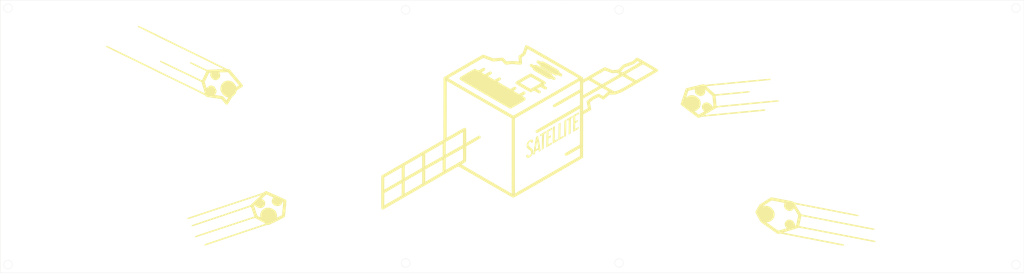
<source format=kicad_pcb>
(kicad_pcb (version 20171130) (host pcbnew "(5.1.2)-1")

  (general
    (thickness 1.6)
    (drawings 26)
    (tracks 0)
    (zones 0)
    (modules 1)
    (nets 1)
  )

  (page A3)
  (layers
    (0 F.Cu signal)
    (31 B.Cu signal)
    (32 B.Adhes user)
    (33 F.Adhes user)
    (34 B.Paste user)
    (35 F.Paste user)
    (36 B.SilkS user)
    (37 F.SilkS user)
    (38 B.Mask user)
    (39 F.Mask user)
    (40 Dwgs.User user)
    (41 Cmts.User user)
    (42 Eco1.User user)
    (43 Eco2.User user)
    (44 Edge.Cuts user)
    (45 Margin user)
    (46 B.CrtYd user)
    (47 F.CrtYd user)
    (48 B.Fab user)
    (49 F.Fab user)
  )

  (setup
    (last_trace_width 0.25)
    (trace_clearance 0.2)
    (zone_clearance 0.508)
    (zone_45_only no)
    (trace_min 0.2)
    (via_size 0.8)
    (via_drill 0.4)
    (via_min_size 0.4)
    (via_min_drill 0.3)
    (uvia_size 0.3)
    (uvia_drill 0.1)
    (uvias_allowed no)
    (uvia_min_size 0.2)
    (uvia_min_drill 0.1)
    (edge_width 0.05)
    (segment_width 0.2)
    (pcb_text_width 0.3)
    (pcb_text_size 1.5 1.5)
    (mod_edge_width 0.12)
    (mod_text_size 1 1)
    (mod_text_width 0.15)
    (pad_size 1.524 1.524)
    (pad_drill 0.762)
    (pad_to_mask_clearance 0.051)
    (solder_mask_min_width 0.25)
    (aux_axis_origin 0 0)
    (visible_elements 7FFFFFFF)
    (pcbplotparams
      (layerselection 0x010fc_ffffffff)
      (usegerberextensions false)
      (usegerberattributes false)
      (usegerberadvancedattributes false)
      (creategerberjobfile false)
      (excludeedgelayer true)
      (linewidth 0.100000)
      (plotframeref false)
      (viasonmask false)
      (mode 1)
      (useauxorigin false)
      (hpglpennumber 1)
      (hpglpenspeed 20)
      (hpglpendiameter 15.000000)
      (psnegative false)
      (psa4output false)
      (plotreference true)
      (plotvalue true)
      (plotinvisibletext false)
      (padsonsilk false)
      (subtractmaskfromsilk false)
      (outputformat 1)
      (mirror false)
      (drillshape 1)
      (scaleselection 1)
      (outputdirectory ""))
  )

  (net 0 "")

  (net_class Default "This is the default net class."
    (clearance 0.2)
    (trace_width 0.25)
    (via_dia 0.8)
    (via_drill 0.4)
    (uvia_dia 0.3)
    (uvia_drill 0.1)
  )

  (module backplates:1 (layer F.Cu) (tedit 0) (tstamp 5CE8C2AD)
    (at 150.37 40.25)
    (fp_text reference G*** (at 0 0) (layer F.SilkS) hide
      (effects (font (size 1.524 1.524) (thickness 0.3)))
    )
    (fp_text value LOGO (at 0.75 0) (layer F.SilkS) hide
      (effects (font (size 1.524 1.524) (thickness 0.3)))
    )
    (fp_poly (pts (xy 7.428678 -22.515958) (xy 7.594212 -22.437241) (xy 7.765432 -22.341698) (xy 8.076246 -22.162501)
      (xy 8.35231 -22.219521) (xy 8.546987 -22.25031) (xy 8.697088 -22.247515) (xy 8.809853 -22.222169)
      (xy 8.884395 -22.188769) (xy 9.029102 -22.113938) (xy 9.234536 -22.003091) (xy 9.491262 -21.861641)
      (xy 9.789841 -21.695005) (xy 10.120837 -21.508595) (xy 10.474812 -21.307828) (xy 10.842329 -21.098116)
      (xy 11.213951 -20.884875) (xy 11.58024 -20.673519) (xy 11.93176 -20.469462) (xy 12.259073 -20.27812)
      (xy 12.552741 -20.104906) (xy 12.803329 -19.955235) (xy 13.001398 -19.834522) (xy 13.137512 -19.748181)
      (xy 13.200949 -19.702824) (xy 13.314149 -19.568689) (xy 13.411272 -19.400226) (xy 13.473027 -19.234942)
      (xy 13.485091 -19.150436) (xy 13.500086 -19.086975) (xy 13.554564 -19.021445) (xy 13.662765 -18.94125)
      (xy 13.838929 -18.833793) (xy 13.850858 -18.82685) (xy 14.02305 -18.72017) (xy 14.170053 -18.617048)
      (xy 14.268612 -18.534271) (xy 14.289585 -18.51016) (xy 14.359128 -18.337276) (xy 14.34534 -18.154657)
      (xy 14.250919 -17.986182) (xy 14.227552 -17.961175) (xy 14.106321 -17.866877) (xy 13.975984 -17.828693)
      (xy 13.820994 -17.8481) (xy 13.625803 -17.926576) (xy 13.421922 -18.037749) (xy 13.246377 -18.137978)
      (xy 13.127942 -18.195953) (xy 13.045438 -18.218432) (xy 12.977687 -18.21217) (xy 12.929205 -18.194931)
      (xy 12.775641 -18.15722) (xy 12.58388 -18.144206) (xy 12.394122 -18.155618) (xy 12.246565 -18.191187)
      (xy 12.228569 -18.199617) (xy 12.093157 -18.272977) (xy 11.897221 -18.382448) (xy 11.650011 -18.522627)
      (xy 11.360778 -18.688111) (xy 11.038771 -18.873496) (xy 10.69324 -19.073378) (xy 10.333435 -19.282355)
      (xy 9.968606 -19.495021) (xy 9.608004 -19.705975) (xy 9.260877 -19.909813) (xy 8.936476 -20.10113)
      (xy 8.644051 -20.274524) (xy 8.392852 -20.424591) (xy 8.192128 -20.545927) (xy 8.051131 -20.63313)
      (xy 7.979109 -20.680795) (xy 7.973786 -20.685116) (xy 7.803736 -20.8883) (xy 7.705065 -21.131646)
      (xy 7.689408 -21.203583) (xy 7.664675 -21.291464) (xy 7.616637 -21.362987) (xy 7.527171 -21.435774)
      (xy 7.378151 -21.527446) (xy 7.324872 -21.557996) (xy 7.107083 -21.688758) (xy 6.961197 -21.796564)
      (xy 6.874343 -21.895121) (xy 6.83365 -21.998137) (xy 6.825673 -22.089601) (xy 6.85841 -22.294199)
      (xy 6.959642 -22.439588) (xy 7.08535 -22.515125) (xy 7.194844 -22.549648) (xy 7.302421 -22.551676)
      (xy 7.428678 -22.515958)) (layer F.SilkS) (width 0.01))
    (fp_poly (pts (xy 5.360414 -21.497985) (xy 5.501031 -21.438411) (xy 5.671173 -21.352601) (xy 5.746861 -21.310596)
      (xy 5.925218 -21.211428) (xy 6.045915 -21.154147) (xy 6.129876 -21.132106) (xy 6.198027 -21.138656)
      (xy 6.240543 -21.153757) (xy 6.422018 -21.195624) (xy 6.641551 -21.200342) (xy 6.85392 -21.169712)
      (xy 6.982137 -21.124194) (xy 7.110873 -21.055241) (xy 7.301137 -20.949504) (xy 7.543579 -20.812447)
      (xy 7.828849 -20.649534) (xy 8.147598 -20.466228) (xy 8.490477 -20.267993) (xy 8.848135 -20.060293)
      (xy 9.211224 -19.848591) (xy 9.570393 -19.638351) (xy 9.916293 -19.435036) (xy 10.239575 -19.24411)
      (xy 10.530888 -19.071037) (xy 10.780884 -18.92128) (xy 10.980212 -18.800302) (xy 11.119524 -18.713568)
      (xy 11.189469 -18.666542) (xy 11.193369 -18.663278) (xy 11.307741 -18.528776) (xy 11.409036 -18.358662)
      (xy 11.478412 -18.189025) (xy 11.498259 -18.079296) (xy 11.531996 -18.004515) (xy 11.637726 -17.916663)
      (xy 11.77686 -17.833443) (xy 11.943265 -17.73604) (xy 12.096605 -17.636346) (xy 12.189101 -17.567535)
      (xy 12.317886 -17.410806) (xy 12.363858 -17.240661) (xy 12.331544 -17.073737) (xy 12.225468 -16.926669)
      (xy 12.050157 -16.816094) (xy 11.977693 -16.790392) (xy 11.878305 -16.795396) (xy 11.716595 -16.85341)
      (xy 11.515874 -16.951125) (xy 11.348637 -17.040577) (xy 11.212243 -17.116954) (xy 11.12798 -17.168193)
      (xy 11.11342 -17.179158) (xy 11.048851 -17.187964) (xy 10.940706 -17.160853) (xy 10.918631 -17.152161)
      (xy 10.660546 -17.09225) (xy 10.392338 -17.115654) (xy 10.268753 -17.156369) (xy 10.18777 -17.196608)
      (xy 10.038316 -17.277256) (xy 9.829776 -17.39289) (xy 9.571531 -17.538086) (xy 9.272964 -17.707419)
      (xy 8.943459 -17.895467) (xy 8.592399 -18.096804) (xy 8.229166 -18.306007) (xy 7.863143 -18.517652)
      (xy 7.503713 -18.726315) (xy 7.16026 -18.926572) (xy 6.842165 -19.112999) (xy 6.558813 -19.280172)
      (xy 6.319585 -19.422668) (xy 6.133864 -19.535061) (xy 6.011035 -19.611929) (xy 5.962908 -19.64544)
      (xy 5.860289 -19.768574) (xy 5.766349 -19.934088) (xy 5.700589 -20.102691) (xy 5.681378 -20.212702)
      (xy 5.65392 -20.287775) (xy 5.56437 -20.369652) (xy 5.414818 -20.462108) (xy 5.173435 -20.60424)
      (xy 5.005165 -20.721397) (xy 4.897832 -20.824052) (xy 4.839258 -20.922679) (xy 4.825448 -20.969057)
      (xy 4.826083 -21.159551) (xy 4.90246 -21.327949) (xy 5.037974 -21.453838) (xy 5.216019 -21.516808)
      (xy 5.273979 -21.520384) (xy 5.360414 -21.497985)) (layer F.SilkS) (width 0.01))
    (fp_poly (pts (xy 5.142575 -18.691731) (xy 5.235302 -18.656128) (xy 5.369698 -18.593283) (xy 5.551258 -18.500245)
      (xy 5.785478 -18.374064) (xy 6.077852 -18.211787) (xy 6.433876 -18.010464) (xy 6.859046 -17.767143)
      (xy 7.273636 -17.528143) (xy 7.672857 -17.296659) (xy 8.05016 -17.076401) (xy 8.397492 -16.872173)
      (xy 8.7068 -16.688779) (xy 8.970031 -16.531025) (xy 9.179132 -16.403713) (xy 9.326051 -16.311649)
      (xy 9.402735 -16.259635) (xy 9.409546 -16.253886) (xy 9.489967 -16.118916) (xy 9.513193 -15.947491)
      (xy 9.477092 -15.777311) (xy 9.440309 -15.710303) (xy 9.360799 -15.631292) (xy 9.230861 -15.53503)
      (xy 9.117036 -15.46471) (xy 8.986642 -15.386582) (xy 8.896452 -15.323861) (xy 8.867711 -15.293319)
      (xy 8.905944 -15.25991) (xy 9.008577 -15.193514) (xy 9.158575 -15.104724) (xy 9.2876 -15.032182)
      (xy 9.474082 -14.923561) (xy 9.637185 -14.817885) (xy 9.754561 -14.730181) (xy 9.794798 -14.691136)
      (xy 9.874691 -14.524222) (xy 9.871805 -14.34386) (xy 9.788083 -14.173387) (xy 9.747916 -14.128084)
      (xy 9.654593 -14.047847) (xy 9.559074 -14.00173) (xy 9.448946 -13.992536) (xy 9.311797 -14.023069)
      (xy 9.135214 -14.096131) (xy 8.906785 -14.214526) (xy 8.614098 -14.381058) (xy 8.605399 -14.386125)
      (xy 7.930952 -14.779159) (xy 7.556112 -14.563051) (xy 7.374241 -14.457772) (xy 7.208396 -14.361024)
      (xy 7.085098 -14.288306) (xy 7.052614 -14.268802) (xy 6.923955 -14.190661) (xy 7.439927 -13.895603)
      (xy 7.66585 -13.762988) (xy 7.823509 -13.66062) (xy 7.927228 -13.577389) (xy 7.991329 -13.502182)
      (xy 8.022218 -13.443896) (xy 8.064722 -13.250939) (xy 8.017818 -13.076295) (xy 7.920403 -12.950023)
      (xy 7.83337 -12.878594) (xy 7.738667 -12.84035) (xy 7.624795 -12.83827) (xy 7.480258 -12.87533)
      (xy 7.293559 -12.954508) (xy 7.0532 -13.078781) (xy 6.747685 -13.251127) (xy 6.739538 -13.255832)
      (xy 6.020712 -13.671106) (xy 5.608084 -13.439658) (xy 5.384877 -13.319713) (xy 5.218584 -13.24694)
      (xy 5.089274 -13.217269) (xy 4.977013 -13.226631) (xy 4.861871 -13.270958) (xy 4.838781 -13.282604)
      (xy 4.69144 -13.361575) (xy 4.485997 -13.475708) (xy 4.231809 -13.619507) (xy 3.938232 -13.787474)
      (xy 3.614625 -13.974112) (xy 3.270344 -14.173923) (xy 2.914746 -14.381412) (xy 2.557188 -14.591079)
      (xy 2.207026 -14.797429) (xy 1.873619 -14.994965) (xy 1.566323 -15.178188) (xy 1.294494 -15.341602)
      (xy 1.06749 -15.47971) (xy 0.894669 -15.587015) (xy 0.785386 -15.658019) (xy 0.750455 -15.684463)
      (xy 0.659903 -15.846197) (xy 0.655526 -15.960874) (xy 2.047844 -15.960874) (xy 2.089783 -15.927012)
      (xy 2.201454 -15.854353) (xy 2.372105 -15.749096) (xy 2.590984 -15.617436) (xy 2.84734 -15.465572)
      (xy 3.13042 -15.299701) (xy 3.429472 -15.126021) (xy 3.733745 -14.950728) (xy 4.032487 -14.780021)
      (xy 4.314945 -14.620096) (xy 4.570368 -14.477151) (xy 4.788005 -14.357383) (xy 4.957102 -14.26699)
      (xy 5.066908 -14.21217) (xy 5.105857 -14.198239) (xy 5.155699 -14.224265) (xy 5.276352 -14.291371)
      (xy 5.458691 -14.394364) (xy 5.693591 -14.528049) (xy 5.971928 -14.687232) (xy 6.284577 -14.866719)
      (xy 6.622414 -15.061316) (xy 6.652948 -15.078935) (xy 6.990941 -15.274094) (xy 7.302973 -15.454467)
      (xy 7.580184 -15.614917) (xy 7.813719 -15.750308) (xy 7.994719 -15.855505) (xy 8.114326 -15.925372)
      (xy 8.163683 -15.954772) (xy 8.164423 -15.955297) (xy 8.128851 -15.980145) (xy 8.021735 -16.045918)
      (xy 7.851636 -16.147568) (xy 7.62712 -16.280046) (xy 7.35675 -16.438304) (xy 7.049089 -16.617294)
      (xy 6.712702 -16.811967) (xy 6.643241 -16.852045) (xy 6.23597 -17.085126) (xy 5.879436 -17.285508)
      (xy 5.578703 -17.450487) (xy 5.338836 -17.577359) (xy 5.1649 -17.663421) (xy 5.061958 -17.705971)
      (xy 5.036636 -17.709595) (xy 4.959775 -17.672548) (xy 4.819358 -17.59714) (xy 4.626044 -17.489608)
      (xy 4.39049 -17.356187) (xy 4.123352 -17.203112) (xy 3.835289 -17.036618) (xy 3.536956 -16.862942)
      (xy 3.239012 -16.688319) (xy 2.952114 -16.518983) (xy 2.686919 -16.361172) (xy 2.454085 -16.221119)
      (xy 2.264267 -16.105062) (xy 2.128125 -16.019234) (xy 2.056314 -15.969872) (xy 2.047844 -15.960874)
      (xy 0.655526 -15.960874) (xy 0.653116 -16.023987) (xy 0.729241 -16.196869) (xy 0.773546 -16.250475)
      (xy 0.837958 -16.299617) (xy 0.974428 -16.389432) (xy 1.174717 -16.514943) (xy 1.430587 -16.671174)
      (xy 1.733802 -16.853149) (xy 2.076122 -17.055893) (xy 2.449311 -17.274429) (xy 2.84513 -17.503782)
      (xy 2.915477 -17.544295) (xy 3.398995 -17.821671) (xy 3.808813 -18.054829) (xy 4.150598 -18.246793)
      (xy 4.430015 -18.400589) (xy 4.652733 -18.519243) (xy 4.824416 -18.605778) (xy 4.950733 -18.663221)
      (xy 5.037349 -18.694596) (xy 5.086022 -18.703046) (xy 5.142575 -18.691731)) (layer F.SilkS) (width 0.01))
    (fp_poly (pts (xy -8.493221 -20.339553) (xy -8.448715 -20.318631) (xy -8.348299 -20.22481) (xy -8.265548 -20.079918)
      (xy -8.222394 -19.925148) (xy -8.220364 -19.889794) (xy -8.240686 -19.782918) (xy -8.308322 -19.677166)
      (xy -8.433274 -19.56306) (xy -8.625547 -19.431122) (xy -8.838683 -19.304) (xy -9.016799 -19.199827)
      (xy -9.160798 -19.111638) (xy -9.254405 -19.049666) (xy -9.282195 -19.025206) (xy -9.244281 -18.988699)
      (xy -9.143076 -18.922042) (xy -8.998141 -18.835907) (xy -8.829036 -18.740966) (xy -8.655324 -18.64789)
      (xy -8.496566 -18.567351) (xy -8.372323 -18.510021) (xy -8.302157 -18.486571) (xy -8.295782 -18.48707)
      (xy -8.239462 -18.516091) (xy -8.11749 -18.583429) (xy -7.944117 -18.681069) (xy -7.733594 -18.800997)
      (xy -7.550836 -18.905971) (xy -7.317002 -19.03727) (xy -7.104148 -19.150319) (xy -6.927769 -19.237388)
      (xy -6.803358 -19.290747) (xy -6.752938 -19.304) (xy -6.564646 -19.262973) (xy -6.414527 -19.15335)
      (xy -6.319035 -18.995321) (xy -6.294626 -18.809072) (xy -6.303267 -18.75233) (xy -6.332198 -18.670449)
      (xy -6.388924 -18.591072) (xy -6.485233 -18.504568) (xy -6.632912 -18.401307) (xy -6.84375 -18.271657)
      (xy -7.011563 -18.173681) (xy -7.19104 -18.06677) (xy -7.29893 -17.992364) (xy -7.346008 -17.941166)
      (xy -7.34305 -17.90388) (xy -7.334835 -17.894771) (xy -7.278152 -17.855797) (xy -7.153693 -17.778621)
      (xy -6.973964 -17.670717) (xy -6.751469 -17.539559) (xy -6.498712 -17.39262) (xy -6.386309 -17.327866)
      (xy -5.498982 -16.818067) (xy -4.848508 -17.191276) (xy -4.557866 -17.352595) (xy -4.324552 -17.470576)
      (xy -4.154991 -17.542179) (xy -4.059977 -17.564485) (xy -3.887716 -17.522647) (xy -3.736925 -17.413339)
      (xy -3.639468 -17.260865) (xy -3.632076 -17.238095) (xy -3.612646 -17.116985) (xy -3.633825 -17.005364)
      (xy -3.703894 -16.894043) (xy -3.831132 -16.773831) (xy -4.023822 -16.63554) (xy -4.290245 -16.469979)
      (xy -4.362966 -16.426992) (xy -4.480166 -16.354142) (xy -4.552922 -16.300989) (xy -4.565962 -16.282984)
      (xy -4.514703 -16.24999) (xy -4.393993 -16.17781) (xy -4.213565 -16.072003) (xy -3.983152 -15.938129)
      (xy -3.712488 -15.781748) (xy -3.411307 -15.608419) (xy -3.089343 -15.423703) (xy -2.756328 -15.23316)
      (xy -2.421997 -15.042348) (xy -2.096084 -14.856829) (xy -1.788322 -14.682161) (xy -1.508444 -14.523905)
      (xy -1.266184 -14.38762) (xy -1.071277 -14.278866) (xy -0.933455 -14.203203) (xy -0.862452 -14.166191)
      (xy -0.855166 -14.163397) (xy -0.800238 -14.185965) (xy -0.681625 -14.247268) (xy -0.515017 -14.338818)
      (xy -0.316105 -14.452125) (xy -0.243443 -14.494367) (xy -0.030067 -14.614282) (xy 0.164221 -14.714731)
      (xy 0.321323 -14.786978) (xy 0.42314 -14.822282) (xy 0.440033 -14.824364) (xy 0.637693 -14.783757)
      (xy 0.791695 -14.670811) (xy 0.880745 -14.50832) (xy 0.906304 -14.34911) (xy 0.873362 -14.210515)
      (xy 0.77359 -14.080086) (xy 0.598655 -13.945378) (xy 0.439355 -13.848865) (xy 0.283119 -13.756567)
      (xy 0.163392 -13.679355) (xy 0.09869 -13.629449) (xy 0.092364 -13.619846) (xy 0.130115 -13.589382)
      (xy 0.233381 -13.522394) (xy 0.387181 -13.427654) (xy 0.576533 -13.313931) (xy 0.786456 -13.189995)
      (xy 1.00197 -13.064616) (xy 1.208092 -12.946563) (xy 1.389842 -12.844608) (xy 1.532239 -12.767519)
      (xy 1.6203 -12.724066) (xy 1.62772 -12.721059) (xy 1.704396 -12.730741) (xy 1.853625 -12.7913)
      (xy 2.076563 -12.903273) (xy 2.369762 -13.064586) (xy 2.606183 -13.194221) (xy 2.819859 -13.303588)
      (xy 2.994961 -13.385136) (xy 3.115659 -13.431311) (xy 3.154314 -13.438909) (xy 3.305604 -13.397706)
      (xy 3.443669 -13.292081) (xy 3.541959 -13.149009) (xy 3.574473 -13.012023) (xy 3.55893 -12.87515)
      (xy 3.504127 -12.757112) (xy 3.397804 -12.644255) (xy 3.227701 -12.522929) (xy 3.031243 -12.407106)
      (xy 2.86243 -12.309283) (xy 2.729008 -12.225912) (xy 2.64832 -12.168178) (xy 2.632364 -12.149824)
      (xy 2.670056 -12.114363) (xy 2.771521 -12.046126) (xy 2.919342 -11.956372) (xy 3.027637 -11.894293)
      (xy 3.251165 -11.761577) (xy 3.404007 -11.648857) (xy 3.500588 -11.540253) (xy 3.555334 -11.419887)
      (xy 3.581163 -11.285039) (xy 3.590075 -11.202351) (xy 3.591595 -11.128909) (xy 3.579685 -11.060103)
      (xy 3.548305 -10.991321) (xy 3.491415 -10.917951) (xy 3.402976 -10.835384) (xy 3.27695 -10.739007)
      (xy 3.107296 -10.62421) (xy 2.887975 -10.486381) (xy 2.612948 -10.32091) (xy 2.276176 -10.123185)
      (xy 1.871619 -9.888595) (xy 1.393237 -9.612529) (xy 1.382495 -9.606334) (xy 0.981 -9.37552)
      (xy 0.601052 -9.15851) (xy 0.250649 -8.959773) (xy -0.062209 -8.783782) (xy -0.329523 -8.635006)
      (xy -0.543295 -8.517916) (xy -0.695524 -8.436984) (xy -0.778211 -8.39668) (xy -0.788051 -8.393227)
      (xy -0.919089 -8.388218) (xy -1.001539 -8.40659) (xy -1.062731 -8.437947) (xy -1.198113 -8.512538)
      (xy -1.402815 -8.627541) (xy -1.671965 -8.780134) (xy -2.000693 -8.967496) (xy -2.384127 -9.186805)
      (xy -2.817397 -9.43524) (xy -3.295632 -9.709979) (xy -3.81396 -10.008201) (xy -4.367512 -10.327084)
      (xy -4.951415 -10.663807) (xy -5.5608 -11.015548) (xy -6.190794 -11.379485) (xy -6.836528 -11.752798)
      (xy -7.49313 -12.132665) (xy -8.15573 -12.516264) (xy -8.819456 -12.900774) (xy -9.479438 -13.283373)
      (xy -10.130804 -13.661239) (xy -10.768684 -14.031552) (xy -11.388206 -14.39149) (xy -11.984501 -14.738231)
      (xy -12.552697 -15.068953) (xy -13.087922 -15.380836) (xy -13.585307 -15.671057) (xy -14.039979 -15.936796)
      (xy -14.447069 -16.17523) (xy -14.801706 -16.383539) (xy -15.099017 -16.5589) (xy -15.334134 -16.698493)
      (xy -15.502183 -16.799495) (xy -15.598296 -16.859085) (xy -15.619973 -16.874379) (xy -15.67596 -16.997897)
      (xy -15.701672 -17.17015) (xy -15.697056 -17.354183) (xy -15.66206 -17.513045) (xy -15.621 -17.587696)
      (xy -15.566145 -17.628786) (xy -15.439033 -17.711046) (xy -15.247554 -17.829736) (xy -14.999597 -17.980117)
      (xy -14.703053 -18.15745) (xy -14.36581 -18.356996) (xy -13.995757 -18.574015) (xy -13.600786 -18.803768)
      (xy -13.485091 -18.870725) (xy -12.99893 -19.150986) (xy -12.58632 -19.38701) (xy -12.241499 -19.58189)
      (xy -11.958701 -19.73872) (xy -11.732165 -19.860594) (xy -11.556127 -19.950605) (xy -11.424823 -20.011847)
      (xy -11.332489 -20.047414) (xy -11.273363 -20.060399) (xy -11.268364 -20.060585) (xy -11.127334 -20.031983)
      (xy -10.921536 -19.945372) (xy -10.656018 -19.803212) (xy -10.335827 -19.607965) (xy -10.321636 -19.598882)
      (xy -10.280791 -19.581876) (xy -10.226746 -19.583508) (xy -10.147362 -19.609103) (xy -10.0305 -19.663983)
      (xy -9.86402 -19.753472) (xy -9.635782 -19.882893) (xy -9.514289 -19.952922) (xy -9.223123 -20.118002)
      (xy -8.996985 -20.237117) (xy -8.8234 -20.314549) (xy -8.689893 -20.354578) (xy -8.583992 -20.361486)
      (xy -8.493221 -20.339553)) (layer F.SilkS) (width 0.01))
    (fp_poly (pts (xy 19.202943 -7.076107) (xy 19.202531 -6.894545) (xy 19.176029 -6.794351) (xy 19.156762 -6.774664)
      (xy 19.094536 -6.737693) (xy 18.970745 -6.665011) (xy 18.803673 -6.56733) (xy 18.622818 -6.461889)
      (xy 18.149455 -6.186267) (xy 18.149455 -4.668876) (xy 18.497148 -4.874438) (xy 18.655322 -4.966579)
      (xy 18.781249 -5.03736) (xy 18.855509 -5.075974) (xy 18.866603 -5.08) (xy 18.878282 -5.038122)
      (xy 18.886143 -4.929675) (xy 18.888272 -4.814454) (xy 18.888181 -4.548909) (xy 18.162303 -4.134283)
      (xy 18.132998 -3.625778) (xy 18.119557 -3.357147) (xy 18.110173 -3.09668) (xy 18.105015 -2.860173)
      (xy 18.104252 -2.663418) (xy 18.108054 -2.522212) (xy 18.11659 -2.452347) (xy 18.120381 -2.447636)
      (xy 18.164428 -2.469519) (xy 18.272693 -2.529358) (xy 18.429689 -2.618442) (xy 18.619928 -2.728057)
      (xy 18.653671 -2.747647) (xy 19.169853 -3.047659) (xy 19.156108 -2.766073) (xy 19.142364 -2.484487)
      (xy 18.611273 -2.175038) (xy 18.383988 -2.042894) (xy 18.157963 -1.911978) (xy 17.959378 -1.797424)
      (xy 17.814636 -1.714496) (xy 17.549091 -1.563403) (xy 17.555154 -2.940702) (xy 17.557922 -3.359838)
      (xy 17.562515 -3.813148) (xy 17.568555 -4.274155) (xy 17.575666 -4.716382) (xy 17.58347 -5.113353)
      (xy 17.58979 -5.374315) (xy 17.618364 -6.43063) (xy 19.188546 -7.340396) (xy 19.202943 -7.076107)) (layer F.SilkS) (width 0.01))
    (fp_poly (pts (xy 17.387567 -6.263412) (xy 17.4037 -6.203035) (xy 17.403722 -6.071143) (xy 17.401481 -6.023109)
      (xy 17.387455 -5.753704) (xy 17.129165 -5.600705) (xy 16.870876 -5.447705) (xy 16.840529 -4.609904)
      (xy 16.832146 -4.327599) (xy 16.824617 -3.976673) (xy 16.818278 -3.580866) (xy 16.81347 -3.163918)
      (xy 16.81053 -2.749569) (xy 16.809754 -2.451779) (xy 16.809327 -1.131454) (xy 16.213193 -0.792566)
      (xy 16.242074 -2.936283) (xy 16.247295 -3.371302) (xy 16.250925 -3.776726) (xy 16.25297 -4.143482)
      (xy 16.25344 -4.462496) (xy 16.252341 -4.724696) (xy 16.249682 -4.921008) (xy 16.24547 -5.04236)
      (xy 16.24025 -5.08) (xy 16.187133 -5.05739) (xy 16.082506 -4.999099) (xy 15.990318 -4.943288)
      (xy 15.771091 -4.806576) (xy 15.75704 -5.065473) (xy 15.755473 -5.213674) (xy 15.766238 -5.322879)
      (xy 15.780131 -5.359874) (xy 15.83112 -5.393897) (xy 15.946978 -5.464411) (xy 16.112177 -5.562442)
      (xy 16.311186 -5.679017) (xy 16.528477 -5.805163) (xy 16.748519 -5.931906) (xy 16.955783 -6.050274)
      (xy 17.134738 -6.151292) (xy 17.269857 -6.225989) (xy 17.345608 -6.26539) (xy 17.352116 -6.268188)
      (xy 17.387567 -6.263412)) (layer F.SilkS) (width 0.01))
    (fp_poly (pts (xy 15.503237 -2.81525) (xy 15.496036 -2.254245) (xy 15.488821 -1.779437) (xy 15.481371 -1.38466)
      (xy 15.473467 -1.06375) (xy 15.464886 -0.810538) (xy 15.45541 -0.618861) (xy 15.444816 -0.482551)
      (xy 15.432884 -0.395442) (xy 15.419394 -0.35137) (xy 15.414862 -0.345483) (xy 15.342905 -0.29342)
      (xy 15.2216 -0.217148) (xy 15.128727 -0.162709) (xy 14.901999 -0.033657) (xy 14.934723 -2.452919)
      (xy 14.943123 -3.029911) (xy 14.951608 -3.519567) (xy 14.960357 -3.926912) (xy 14.969549 -4.256976)
      (xy 14.979364 -4.514784) (xy 14.989981 -4.705363) (xy 15.001581 -4.833741) (xy 15.014342 -4.904945)
      (xy 15.022905 -4.922574) (xy 15.092416 -4.972616) (xy 15.211906 -5.047466) (xy 15.305284 -5.102131)
      (xy 15.532204 -5.231296) (xy 15.503237 -2.81525)) (layer F.SilkS) (width 0.01))
    (fp_poly (pts (xy 13.828179 -2.097054) (xy 13.794383 0.062355) (xy 13.951464 -0.031882) (xy 14.161274 -0.156204)
      (xy 14.358398 -0.270234) (xy 14.526894 -0.36503) (xy 14.650819 -0.431646) (xy 14.714232 -0.461139)
      (xy 14.717844 -0.461818) (xy 14.729954 -0.421427) (xy 14.728136 -0.32013) (xy 14.715816 -0.187738)
      (xy 14.696418 -0.054064) (xy 14.673366 0.051079) (xy 14.65384 0.095392) (xy 14.604686 0.12834)
      (xy 14.492764 0.196872) (xy 14.333852 0.291802) (xy 14.143733 0.40394) (xy 13.938186 0.5241)
      (xy 13.732993 0.643092) (xy 13.543934 0.75173) (xy 13.38679 0.840825) (xy 13.277343 0.901189)
      (xy 13.231372 0.923635) (xy 13.231294 0.923636) (xy 13.228042 0.879053) (xy 13.225989 0.751682)
      (xy 13.225118 0.551091) (xy 13.225407 0.286847) (xy 13.226837 -0.031483) (xy 13.229387 -0.394329)
      (xy 13.233039 -0.792125) (xy 13.235308 -1.004454) (xy 13.240683 -1.441026) (xy 13.246859 -1.868434)
      (xy 13.253583 -2.27344) (xy 13.260596 -2.642804) (xy 13.267643 -2.963288) (xy 13.274467 -3.221654)
      (xy 13.280812 -3.404661) (xy 13.282493 -3.441092) (xy 13.308101 -3.949639) (xy 13.585038 -4.103051)
      (xy 13.861975 -4.256464) (xy 13.828179 -2.097054)) (layer F.SilkS) (width 0.01))
    (fp_poly (pts (xy 12.165893 -3.269293) (xy 12.167005 -3.221826) (xy 12.166822 -3.091196) (xy 12.165438 -2.886597)
      (xy 12.162943 -2.617221) (xy 12.159431 -2.292258) (xy 12.154992 -1.920902) (xy 12.149719 -1.512343)
      (xy 12.144492 -1.131454) (xy 12.138602 -0.69786) (xy 12.133535 -0.293407) (xy 12.129374 0.072711)
      (xy 12.126205 0.391298) (xy 12.124112 0.653161) (xy 12.12318 0.849105) (xy 12.123492 0.969937)
      (xy 12.124853 1.00682) (xy 12.166213 0.991123) (xy 12.268511 0.937452) (xy 12.413611 0.855557)
      (xy 12.498115 0.806144) (xy 12.713732 0.677882) (xy 12.861051 0.593065) (xy 12.952933 0.551046)
      (xy 13.002242 0.551178) (xy 13.021837 0.592814) (xy 13.024583 0.675307) (xy 13.023273 0.779723)
      (xy 13.023273 1.054696) (xy 12.319 1.456885) (xy 12.088318 1.588627) (xy 11.885335 1.704565)
      (xy 11.723716 1.796892) (xy 11.617128 1.857801) (xy 11.580091 1.878989) (xy 11.568034 1.842683)
      (xy 11.557803 1.729424) (xy 11.550196 1.554619) (xy 11.546013 1.333674) (xy 11.545455 1.211011)
      (xy 11.546311 1.000986) (xy 11.548744 0.714731) (xy 11.552551 0.368361) (xy 11.557529 -0.02201)
      (xy 11.563474 -0.440263) (xy 11.570184 -0.870286) (xy 11.57608 -1.218464) (xy 11.606706 -2.960044)
      (xy 11.882029 -3.121406) (xy 12.01968 -3.199633) (xy 12.121158 -3.252671) (xy 12.165531 -3.269617)
      (xy 12.165893 -3.269293)) (layer F.SilkS) (width 0.01))
    (fp_poly (pts (xy 11.360727 -2.272114) (xy 10.829636 -1.963714) (xy 10.298546 -1.655313) (xy 10.298546 -0.127923)
      (xy 10.402455 -0.195793) (xy 10.497201 -0.254081) (xy 10.639359 -0.337575) (xy 10.774261 -0.414658)
      (xy 11.042158 -0.565653) (xy 11.012991 -0.317463) (xy 10.993073 -0.157629) (xy 10.967752 -0.049892)
      (xy 10.920537 0.027924) (xy 10.834937 0.097994) (xy 10.694461 0.182492) (xy 10.602128 0.235012)
      (xy 10.252364 0.434013) (xy 10.252364 1.256098) (xy 10.253398 1.520092) (xy 10.256272 1.748907)
      (xy 10.260637 1.927889) (xy 10.266146 2.042384) (xy 10.271812 2.078182) (xy 10.317419 2.056535)
      (xy 10.42501 1.99813) (xy 10.576799 1.912769) (xy 10.698754 1.842847) (xy 10.879549 1.738762)
      (xy 11.036902 1.648768) (xy 11.14932 1.585126) (xy 11.187305 1.564132) (xy 11.232463 1.549032)
      (xy 11.256875 1.57708) (xy 11.266752 1.665809) (xy 11.268364 1.792919) (xy 11.268364 2.065087)
      (xy 10.470216 2.525117) (xy 9.672068 2.985146) (xy 9.685336 1.665755) (xy 9.690247 1.245964)
      (xy 9.696826 0.784245) (xy 9.704577 0.309823) (xy 9.713005 -0.148079) (xy 9.721616 -0.560236)
      (xy 9.726624 -0.771818) (xy 9.754644 -1.889999) (xy 10.407595 -2.266993) (xy 10.640625 -2.401761)
      (xy 10.856653 -2.527104) (xy 11.038032 -2.632755) (xy 11.167117 -2.708443) (xy 11.210636 -2.734306)
      (xy 11.360727 -2.824624) (xy 11.360727 -2.272114)) (layer F.SilkS) (width 0.01))
    (fp_poly (pts (xy 9.544739 -1.71223) (xy 9.557281 -1.607282) (xy 9.559636 -1.524) (xy 9.544379 -1.354989)
      (xy 9.48785 -1.228506) (xy 9.373917 -1.122296) (xy 9.192098 -1.016977) (xy 9.079456 -0.95799)
      (xy 9.009791 -0.918601) (xy 8.99963 -0.911152) (xy 8.997776 -0.864285) (xy 8.994754 -0.73421)
      (xy 8.990724 -0.530075) (xy 8.985848 -0.261026) (xy 8.980288 0.063788) (xy 8.974204 0.435222)
      (xy 8.967758 0.844129) (xy 8.961776 1.236933) (xy 8.953659 1.750819) (xy 8.945838 2.179741)
      (xy 8.937981 2.531098) (xy 8.929759 2.812287) (xy 8.920842 3.030706) (xy 8.9109 3.193753)
      (xy 8.899601 3.308825) (xy 8.886617 3.383321) (xy 8.871617 3.424638) (xy 8.863691 3.434779)
      (xy 8.787421 3.490988) (xy 8.66308 3.570007) (xy 8.57299 3.62298) (xy 8.348344 3.750812)
      (xy 8.38277 1.591463) (xy 8.417195 -0.567886) (xy 8.163067 -0.422488) (xy 8.026409 -0.346928)
      (xy 7.922551 -0.294355) (xy 7.877619 -0.277091) (xy 7.862975 -0.318848) (xy 7.857262 -0.426985)
      (xy 7.86015 -0.54194) (xy 7.874 -0.80679) (xy 8.682182 -1.277977) (xy 8.92884 -1.420965)
      (xy 9.148562 -1.546783) (xy 9.328834 -1.648392) (xy 9.457139 -1.718753) (xy 9.520962 -1.750825)
      (xy 9.525 -1.752036) (xy 9.544739 -1.71223)) (layer F.SilkS) (width 0.01))
    (fp_poly (pts (xy 7.239216 -0.396178) (xy 7.253047 -0.346109) (xy 7.281199 -0.214131) (xy 7.321951 -0.009296)
      (xy 7.373583 0.259345) (xy 7.434377 0.582739) (xy 7.502611 0.951835) (xy 7.576566 1.357583)
      (xy 7.650383 1.767779) (xy 7.743016 2.289015) (xy 7.81924 2.72588) (xy 7.880002 3.084722)
      (xy 7.926247 3.371891) (xy 7.958924 3.593733) (xy 7.978978 3.756597) (xy 7.987356 3.86683)
      (xy 7.985005 3.930781) (xy 7.97618 3.952756) (xy 7.905579 4.003459) (xy 7.786328 4.077957)
      (xy 7.704448 4.125757) (xy 7.488714 4.248366) (xy 7.463573 4.121547) (xy 7.438111 3.986842)
      (xy 7.410384 3.831754) (xy 7.408622 3.821546) (xy 7.383507 3.710563) (xy 7.358401 3.651382)
      (xy 7.353104 3.648364) (xy 7.304716 3.66967) (xy 7.193835 3.72731) (xy 7.038207 3.811862)
      (xy 6.89762 3.890182) (xy 6.707365 3.998416) (xy 6.582459 4.07649) (xy 6.507649 4.139345)
      (xy 6.467679 4.201919) (xy 6.447296 4.279155) (xy 6.437876 4.340454) (xy 6.404175 4.573029)
      (xy 6.375919 4.733408) (xy 6.343781 4.840573) (xy 6.298437 4.913503) (xy 6.23056 4.971179)
      (xy 6.130826 5.03258) (xy 6.084452 5.059767) (xy 5.936466 5.141373) (xy 5.852078 5.172514)
      (xy 5.820052 5.15686) (xy 5.818909 5.146492) (xy 5.826259 5.090695) (xy 5.8472 4.953875)
      (xy 5.880069 4.746107) (xy 5.923205 4.477464) (xy 5.974945 4.158018) (xy 6.033626 3.797845)
      (xy 6.069253 3.580141) (xy 6.557818 3.580141) (xy 6.593869 3.572203) (xy 6.688039 3.527919)
      (xy 6.81936 3.458648) (xy 6.966861 3.375748) (xy 7.10957 3.290577) (xy 7.202267 3.231086)
      (xy 7.307795 3.160172) (xy 7.161935 2.238177) (xy 7.103469 1.870303) (xy 7.057294 1.584675)
      (xy 7.021701 1.37224) (xy 6.994986 1.223948) (xy 6.975439 1.130746) (xy 6.961354 1.083583)
      (xy 6.951024 1.073407) (xy 6.944492 1.085273) (xy 6.934292 1.139668) (xy 6.912523 1.270704)
      (xy 6.881461 1.4637) (xy 6.843381 1.703976) (xy 6.800558 1.976853) (xy 6.755267 2.26765)
      (xy 6.709783 2.561687) (xy 6.666383 2.844284) (xy 6.62734 3.100762) (xy 6.59493 3.31644)
      (xy 6.571428 3.476638) (xy 6.55911 3.566677) (xy 6.557818 3.580141) (xy 6.069253 3.580141)
      (xy 6.097586 3.407016) (xy 6.165163 2.995606) (xy 6.234695 2.573688) (xy 6.304518 2.151335)
      (xy 6.372971 1.73862) (xy 6.438391 1.345618) (xy 6.499116 0.982401) (xy 6.553484 0.659043)
      (xy 6.599831 0.385618) (xy 6.636496 0.172197) (xy 6.661816 0.028856) (xy 6.673383 -0.031267)
      (xy 6.718878 -0.097442) (xy 6.815675 -0.182197) (xy 6.939824 -0.270086) (xy 7.067376 -0.345665)
      (xy 7.17438 -0.393487) (xy 7.236886 -0.398107) (xy 7.239216 -0.396178)) (layer F.SilkS) (width 0.01))
    (fp_poly (pts (xy 5.529948 0.687988) (xy 5.538653 0.691416) (xy 5.667734 0.776614) (xy 5.751601 0.914895)
      (xy 5.799245 1.122509) (xy 5.805138 1.173008) (xy 5.829709 1.411079) (xy 5.582328 1.548358)
      (xy 5.445911 1.623434) (xy 5.342286 1.679315) (xy 5.299837 1.70103) (xy 5.276715 1.671363)
      (xy 5.265062 1.578482) (xy 5.264727 1.556594) (xy 5.236664 1.401458) (xy 5.157937 1.318599)
      (xy 5.036743 1.309113) (xy 4.881278 1.374096) (xy 4.732124 1.485341) (xy 4.61314 1.606862)
      (xy 4.515183 1.735509) (xy 4.493831 1.772112) (xy 4.440412 1.935162) (xy 4.41892 2.131609)
      (xy 4.429727 2.324198) (xy 4.473207 2.475672) (xy 4.48657 2.49884) (xy 4.549186 2.567561)
      (xy 4.669318 2.678132) (xy 4.830951 2.816511) (xy 5.018066 2.968657) (xy 5.062261 3.003524)
      (xy 5.320108 3.212788) (xy 5.509952 3.38807) (xy 5.641655 3.545071) (xy 5.725077 3.699495)
      (xy 5.770079 3.867041) (xy 5.786522 4.063413) (xy 5.787285 4.15803) (xy 5.743648 4.595409)
      (xy 5.618622 4.989141) (xy 5.412161 5.339334) (xy 5.156844 5.617222) (xy 4.90519 5.813157)
      (xy 4.652439 5.952956) (xy 4.411401 6.033329) (xy 4.194888 6.050983) (xy 4.015712 6.002627)
      (xy 3.92486 5.933731) (xy 3.851716 5.825914) (xy 3.810667 5.678811) (xy 3.796237 5.547154)
      (xy 3.776671 5.276664) (xy 4.056325 5.182223) (xy 4.335979 5.087783) (xy 4.350081 5.257073)
      (xy 4.367307 5.369567) (xy 4.413499 5.420305) (xy 4.518737 5.439167) (xy 4.534784 5.440543)
      (xy 4.635485 5.44032) (xy 4.72178 5.41097) (xy 4.820359 5.338597) (xy 4.933895 5.232725)
      (xy 5.12517 4.993674) (xy 5.231638 4.734864) (xy 5.250362 4.465601) (xy 5.222569 4.317749)
      (xy 5.180655 4.194321) (xy 5.122709 4.089139) (xy 5.034146 3.985752) (xy 4.900381 3.867713)
      (xy 4.706828 3.718572) (xy 4.661357 3.68482) (xy 4.36633 3.449651) (xy 4.149447 3.232915)
      (xy 4.002442 3.020421) (xy 3.917049 2.797978) (xy 3.885002 2.551396) (xy 3.889654 2.359999)
      (xy 3.96243 1.97585) (xy 4.120537 1.610001) (xy 4.357012 1.277182) (xy 4.446951 1.181207)
      (xy 4.678386 0.979195) (xy 4.918269 0.821748) (xy 5.150733 0.715987) (xy 5.359914 0.669027)
      (xy 5.529948 0.687988)) (layer F.SilkS) (width 0.01))
    (fp_poly (pts (xy -109.726884 -32.676625) (xy -109.600246 -32.617348) (xy -109.397034 -32.520439) (xy -109.120411 -32.387441)
      (xy -108.773542 -32.219899) (xy -108.359591 -32.019355) (xy -107.881724 -31.787352) (xy -107.343103 -31.525435)
      (xy -106.746894 -31.235146) (xy -106.096262 -30.91803) (xy -105.39437 -30.575628) (xy -104.644383 -30.209485)
      (xy -103.849466 -29.821145) (xy -103.012783 -29.41215) (xy -102.137498 -28.984043) (xy -101.226776 -28.538369)
      (xy -100.283781 -28.076671) (xy -99.311677 -27.600492) (xy -98.31363 -27.111375) (xy -97.292804 -26.610864)
      (xy -96.754266 -26.346727) (xy -83.809041 -19.996727) (xy -83.518233 -19.996727) (xy -83.354566 -19.992976)
      (xy -83.248726 -19.972932) (xy -83.166228 -19.923405) (xy -83.072589 -19.831207) (xy -83.06541 -19.823545)
      (xy -83.006995 -19.757642) (xy -82.894817 -19.627756) (xy -82.734571 -19.440587) (xy -82.531948 -19.202837)
      (xy -82.292643 -18.921205) (xy -82.022348 -18.602392) (xy -81.726757 -18.253097) (xy -81.411563 -17.880023)
      (xy -81.082459 -17.489868) (xy -81.075697 -17.481845) (xy -80.70007 -17.035967) (xy -80.379706 -16.654945)
      (xy -80.110216 -16.333116) (xy -79.887214 -16.064818) (xy -79.706309 -15.844389) (xy -79.563115 -15.666167)
      (xy -79.453241 -15.524491) (xy -79.372301 -15.413697) (xy -79.315905 -15.328123) (xy -79.279666 -15.262109)
      (xy -79.259194 -15.209991) (xy -79.250102 -15.166107) (xy -79.248001 -15.124796) (xy -79.248 -15.123667)
      (xy -79.252675 -15.038712) (xy -79.272675 -14.962901) (xy -79.316959 -14.888363) (xy -79.394486 -14.807228)
      (xy -79.514218 -14.711625) (xy -79.685113 -14.593684) (xy -79.916132 -14.445535) (xy -80.216235 -14.259308)
      (xy -80.268971 -14.22686) (xy -81.035942 -13.755259) (xy -81.09426 -13.493175) (xy -81.218381 -13.119633)
      (xy -81.414141 -12.760298) (xy -81.665804 -12.437338) (xy -81.957632 -12.172925) (xy -82.098327 -12.07867)
      (xy -82.168234 -12.033958) (xy -82.232177 -11.983215) (xy -82.297103 -11.916593) (xy -82.369961 -11.824243)
      (xy -82.457699 -11.696316) (xy -82.567266 -11.522963) (xy -82.70561 -11.294335) (xy -82.879679 -11.000583)
      (xy -82.984036 -10.823223) (xy -83.15721 -10.530407) (xy -83.317723 -10.262536) (xy -83.45898 -10.030336)
      (xy -83.574388 -9.84453) (xy -83.657354 -9.715843) (xy -83.701285 -9.655001) (xy -83.703615 -9.652772)
      (xy -83.815019 -9.602516) (xy -83.968633 -9.578709) (xy -84.116783 -9.586533) (xy -84.169804 -9.602108)
      (xy -84.226241 -9.649084) (xy -84.330006 -9.757368) (xy -84.471204 -9.915764) (xy -84.639943 -10.113074)
      (xy -84.82633 -10.338104) (xy -84.896385 -10.424413) (xy -85.527162 -11.205799) (xy -87.673017 -11.512293)
      (xy -88.110199 -11.575652) (xy -88.521331 -11.636999) (xy -88.896955 -11.694795) (xy -89.227613 -11.747506)
      (xy -89.503849 -11.793593) (xy -89.716206 -11.83152) (xy -89.855226 -11.859751) (xy -89.910223 -11.875837)
      (xy -89.992128 -11.954169) (xy -90.074578 -12.072432) (xy -90.08586 -12.09294) (xy -90.096544 -12.108885)
      (xy -90.114622 -12.127781) (xy -90.142665 -12.150905) (xy -90.183243 -12.179535) (xy -90.238928 -12.21495)
      (xy -90.312291 -12.258425) (xy -90.405902 -12.311239) (xy -90.522333 -12.374669) (xy -90.664154 -12.449993)
      (xy -90.833936 -12.538489) (xy -91.034251 -12.641434) (xy -91.267669 -12.760105) (xy -91.536761 -12.895781)
      (xy -91.844098 -13.049738) (xy -92.192252 -13.223255) (xy -92.583792 -13.417609) (xy -93.02129 -13.634077)
      (xy -93.507317 -13.873937) (xy -94.044444 -14.138467) (xy -94.635242 -14.428944) (xy -95.282281 -14.746646)
      (xy -95.988133 -15.09285) (xy -96.755368 -15.468835) (xy -97.586558 -15.875876) (xy -98.484274 -16.315253)
      (xy -99.451085 -16.788243) (xy -100.489565 -17.296123) (xy -101.602282 -17.84017) (xy -102.791808 -18.421663)
      (xy -104.060715 -19.041879) (xy -104.601891 -19.306378) (xy -105.692519 -19.839441) (xy -106.762387 -20.362414)
      (xy -107.808482 -20.873822) (xy -108.827789 -21.37219) (xy -109.817294 -21.856042) (xy -110.773984 -22.323903)
      (xy -111.694845 -22.774299) (xy -112.576863 -23.205754) (xy -113.417025 -23.616794) (xy -114.212316 -24.005943)
      (xy -114.959722 -24.371726) (xy -115.65623 -24.712668) (xy -116.298826 -25.027294) (xy -116.884497 -25.314129)
      (xy -117.410228 -25.571698) (xy -117.873005 -25.798526) (xy -118.269815 -25.993137) (xy -118.597644 -26.154058)
      (xy -118.853478 -26.279812) (xy -119.034303 -26.368924) (xy -119.137105 -26.41992) (xy -119.160636 -26.431915)
      (xy -119.257303 -26.525483) (xy -119.287787 -26.638798) (xy -119.257101 -26.744788) (xy -119.170256 -26.816376)
      (xy -119.086648 -26.831636) (xy -119.038775 -26.811576) (xy -118.910959 -26.752373) (xy -118.706213 -26.65549)
      (xy -118.427552 -26.522391) (xy -118.077991 -26.354542) (xy -117.660543 -26.153405) (xy -117.178223 -25.920446)
      (xy -116.634046 -25.657129) (xy -116.031025 -25.364918) (xy -115.372175 -25.045277) (xy -114.660511 -24.69967)
      (xy -113.899046 -24.329562) (xy -113.090796 -23.936417) (xy -112.238773 -23.521698) (xy -111.345994 -23.086871)
      (xy -110.415471 -22.6334) (xy -109.45022 -22.162748) (xy -108.453255 -21.676381) (xy -107.42759 -21.175761)
      (xy -106.376239 -20.662354) (xy -105.302217 -20.137624) (xy -104.680695 -19.833856) (xy -103.595851 -19.30364)
      (xy -102.532346 -18.783997) (xy -101.493173 -18.276383) (xy -100.481327 -17.782258) (xy -99.499802 -17.303081)
      (xy -98.551593 -16.840308) (xy -97.639695 -16.3954) (xy -96.767101 -15.969814) (xy -95.936806 -15.565009)
      (xy -95.151804 -15.182444) (xy -94.415091 -14.823576) (xy -93.72966 -14.489864) (xy -93.098506 -14.182767)
      (xy -92.524623 -13.903742) (xy -92.011006 -13.65425) (xy -91.560649 -13.435747) (xy -91.176547 -13.249693)
      (xy -90.861694 -13.097545) (xy -90.619084 -12.980763) (xy -90.451712 -12.900805) (xy -90.362573 -12.859128)
      (xy -90.347897 -12.853073) (xy -90.35734 -12.899432) (xy -90.391572 -13.024234) (xy -90.44771 -13.2178)
      (xy -90.522868 -13.470451) (xy -90.614164 -13.772509) (xy -90.718713 -14.114295) (xy -90.833633 -14.486132)
      (xy -90.853902 -14.551342) (xy -91.371269 -16.214496) (xy -90.427538 -16.214496) (xy -90.140786 -15.288521)
      (xy -90.054268 -15.01321) (xy -89.975571 -14.770471) (xy -89.909087 -14.57323) (xy -89.859207 -14.434414)
      (xy -89.830323 -14.366952) (xy -89.826246 -14.362545) (xy -89.789062 -14.399221) (xy -89.730081 -14.490796)
      (xy -89.709776 -14.527219) (xy -89.53041 -14.768188) (xy -89.284399 -14.965563) (xy -88.992056 -15.10689)
      (xy -88.67369 -15.179717) (xy -88.64052 -15.182808) (xy -88.292258 -15.167611) (xy -87.962619 -15.06324)
      (xy -87.727389 -14.927712) (xy -87.585609 -14.799395) (xy -87.429548 -14.609709) (xy -87.276109 -14.384222)
      (xy -87.142199 -14.148503) (xy -87.044721 -13.928122) (xy -87.023337 -13.862804) (xy -86.972974 -13.52988)
      (xy -87.010522 -13.197057) (xy -87.132546 -12.878099) (xy -87.335609 -12.586767) (xy -87.344373 -12.576984)
      (xy -87.507881 -12.396) (xy -86.414395 -12.244647) (xy -86.098208 -12.199819) (xy -85.804984 -12.156249)
      (xy -85.549663 -12.116317) (xy -85.347184 -12.082399) (xy -85.212488 -12.056874) (xy -85.170802 -12.046696)
      (xy -85.091493 -12.005701) (xy -84.989715 -11.921073) (xy -84.85708 -11.78435) (xy -84.685204 -11.587072)
      (xy -84.531432 -11.401544) (xy -84.042169 -10.802988) (xy -83.792539 -11.225432) (xy -83.689994 -11.40197)
      (xy -83.607872 -11.549059) (xy -83.556019 -11.648708) (xy -83.542909 -11.681681) (xy -83.58403 -11.709003)
      (xy -83.690572 -11.745114) (xy -83.805065 -11.774152) (xy -84.222506 -11.904059) (xy -84.587653 -12.098848)
      (xy -84.911467 -12.36639) (xy -85.204906 -12.714554) (xy -85.29302 -12.842516) (xy -85.483708 -13.14859)
      (xy -85.619966 -13.412623) (xy -85.710969 -13.659546) (xy -85.765894 -13.914288) (xy -85.793917 -14.20178)
      (xy -85.794023 -14.203663) (xy -85.776637 -14.667839) (xy -85.672069 -15.103264) (xy -85.481962 -15.505605)
      (xy -85.207962 -15.870526) (xy -85.131162 -15.950798) (xy -84.784531 -16.234845) (xy -84.397094 -16.441476)
      (xy -83.981043 -16.568922) (xy -83.548566 -16.615414) (xy -83.111856 -16.579183) (xy -82.683102 -16.458461)
      (xy -82.430784 -16.342633) (xy -82.084702 -16.108083) (xy -81.76282 -15.787779) (xy -81.46897 -15.386059)
      (xy -81.262524 -15.020636) (xy -81.193851 -14.891211) (xy -81.141027 -14.803245) (xy -81.119224 -14.778182)
      (xy -81.057899 -14.802193) (xy -80.94742 -14.864705) (xy -80.80916 -14.951431) (xy -80.664491 -15.04809)
      (xy -80.534786 -15.140395) (xy -80.44142 -15.214062) (xy -80.405765 -15.254807) (xy -80.405772 -15.255004)
      (xy -80.435455 -15.29956) (xy -80.519586 -15.40773) (xy -80.652668 -15.572859) (xy -80.829205 -15.788292)
      (xy -81.043699 -16.047374) (xy -81.290652 -16.343452) (xy -81.564569 -16.669871) (xy -81.859951 -17.019976)
      (xy -82.014733 -17.202727) (xy -83.620468 -19.096182) (xy -84.031961 -19.085412) (xy -84.216903 -19.080223)
      (xy -84.469182 -19.072654) (xy -84.763825 -19.06348) (xy -85.075859 -19.053475) (xy -85.306181 -19.045895)
      (xy -86.168908 -19.017146) (xy -86.024188 -18.733391) (xy -85.906433 -18.410638) (xy -85.872742 -18.086205)
      (xy -85.915932 -17.771846) (xy -86.02882 -17.479318) (xy -86.204221 -17.220377) (xy -86.434951 -17.006776)
      (xy -86.713828 -16.850274) (xy -87.033668 -16.762624) (xy -87.237454 -16.747966) (xy -87.580572 -16.790201)
      (xy -87.893536 -16.91758) (xy -88.177756 -17.131109) (xy -88.434644 -17.431796) (xy -88.622295 -17.737402)
      (xy -88.711062 -17.916418) (xy -88.759704 -18.06357) (xy -88.779805 -18.223529) (xy -88.783063 -18.357273)
      (xy -88.778758 -18.541264) (xy -88.766056 -18.705212) (xy -88.749029 -18.807545) (xy -88.732137 -18.886503)
      (xy -88.754385 -18.923258) (xy -88.836708 -18.933941) (xy -88.913865 -18.934545) (xy -89.114218 -18.934545)
      (xy -89.770878 -17.574521) (xy -90.427538 -16.214496) (xy -91.371269 -16.214496) (xy -91.376905 -16.232613)
      (xy -97.434918 -19.162743) (xy -98.384701 -19.622575) (xy -99.251652 -20.043231) (xy -100.03643 -20.42504)
      (xy -100.739696 -20.768327) (xy -101.362108 -21.073418) (xy -101.904325 -21.340641) (xy -102.367006 -21.570322)
      (xy -102.750812 -21.762787) (xy -103.0564 -21.918363) (xy -103.28443 -22.037376) (xy -103.435562 -22.120153)
      (xy -103.510455 -22.167021) (xy -103.519396 -22.176255) (xy -103.526211 -22.30968) (xy -103.472272 -22.420741)
      (xy -103.402146 -22.467119) (xy -103.347754 -22.451835) (xy -103.213152 -22.396791) (xy -102.99811 -22.301877)
      (xy -102.702397 -22.166985) (xy -102.325782 -21.992006) (xy -101.868033 -21.776831) (xy -101.32892 -21.52135)
      (xy -100.708213 -21.225454) (xy -100.005679 -20.889035) (xy -99.221088 -20.511983) (xy -98.35421 -20.094189)
      (xy -97.404812 -19.635544) (xy -97.282777 -19.576522) (xy -96.525295 -19.210537) (xy -95.80216 -18.861961)
      (xy -95.117252 -18.532633) (xy -94.474455 -18.224394) (xy -93.877652 -17.939081) (xy -93.330723 -17.678535)
      (xy -92.837552 -17.444594) (xy -92.402021 -17.239097) (xy -92.028012 -17.063885) (xy -91.719407 -16.920795)
      (xy -91.480088 -16.811667) (xy -91.313939 -16.738341) (xy -91.224841 -16.702655) (xy -91.210138 -16.699677)
      (xy -91.18021 -16.750602) (xy -91.117651 -16.87118) (xy -91.028247 -17.049374) (xy -90.917785 -17.273149)
      (xy -90.792052 -17.53047) (xy -90.656835 -17.8093) (xy -90.517922 -18.097605) (xy -90.3811 -18.383348)
      (xy -90.252154 -18.654494) (xy -90.136873 -18.899007) (xy -90.041043 -19.104851) (xy -89.970451 -19.259992)
      (xy -89.930885 -19.352393) (xy -89.924635 -19.37323) (xy -89.967708 -19.395239) (xy -90.086524 -19.453781)
      (xy -90.273641 -19.545239) (xy -90.521621 -19.665999) (xy -90.823024 -19.812444) (xy -91.17041 -19.980959)
      (xy -91.55634 -20.167928) (xy -91.973373 -20.369736) (xy -92.307054 -20.531057) (xy -92.822849 -20.78078)
      (xy -93.26113 -20.994118) (xy -93.627872 -21.174193) (xy -93.929046 -21.324129) (xy -94.170628 -21.447049)
      (xy -94.358589 -21.546077) (xy -94.498904 -21.624337) (xy -94.597546 -21.684951) (xy -94.660489 -21.731043)
      (xy -94.693705 -21.765736) (xy -94.70212 -21.783395) (xy -94.695725 -21.913268) (xy -94.616611 -22.002124)
      (xy -94.507277 -22.028727) (xy -94.446549 -22.009062) (xy -94.310701 -21.95249) (xy -94.107602 -21.862649)
      (xy -93.845122 -21.743176) (xy -93.53113 -21.597707) (xy -93.173496 -21.429879) (xy -92.780088 -21.243329)
      (xy -92.358778 -21.041693) (xy -92.06453 -20.899835) (xy -89.729743 -19.770942) (xy -89.187871 -19.811547)
      (xy -89.021034 -19.821889) (xy -88.775353 -19.834138) (xy -88.464313 -19.847764) (xy -88.101403 -19.862234)
      (xy -87.700109 -19.877017) (xy -87.273918 -19.891581) (xy -86.836316 -19.905394) (xy -86.716299 -19.908975)
      (xy -86.305952 -19.921809) (xy -85.927087 -19.935108) (xy -85.589026 -19.948439) (xy -85.301092 -19.961366)
      (xy -85.072608 -19.973453) (xy -84.912894 -19.984266) (xy -84.831273 -19.993371) (xy -84.822845 -19.997337)
      (xy -84.866752 -20.019973) (xy -84.990393 -20.081658) (xy -85.190551 -20.180815) (xy -85.464013 -20.315865)
      (xy -85.807564 -20.485228) (xy -86.217988 -20.687326) (xy -86.692072 -20.920579) (xy -87.2266 -21.183408)
      (xy -87.818358 -21.474236) (xy -88.464132 -21.791481) (xy -89.160705 -22.133567) (xy -89.904864 -22.498913)
      (xy -90.693394 -22.885942) (xy -91.523081 -23.293073) (xy -92.390708 -23.718727) (xy -93.293063 -24.161327)
      (xy -94.22693 -24.619292) (xy -95.189093 -25.091045) (xy -96.17634 -25.575005) (xy -97.185454 -26.069595)
      (xy -97.328182 -26.139542) (xy -98.340698 -26.635837) (xy -99.332061 -27.121952) (xy -100.29904 -27.596297)
      (xy -101.238405 -28.05728) (xy -102.146924 -28.503312) (xy -103.021367 -28.932802) (xy -103.858505 -29.344158)
      (xy -104.655105 -29.73579) (xy -105.407938 -30.106108) (xy -106.113773 -30.453521) (xy -106.76938 -30.776437)
      (xy -107.371528 -31.073267) (xy -107.916986 -31.34242) (xy -108.402523 -31.582304) (xy -108.824911 -31.79133)
      (xy -109.180916 -31.967907) (xy -109.46731 -32.110443) (xy -109.680862 -32.217349) (xy -109.818341 -32.287033)
      (xy -109.876516 -32.317905) (xy -109.878091 -32.318989) (xy -109.946774 -32.423525) (xy -109.951611 -32.541051)
      (xy -109.900931 -32.6414) (xy -109.803067 -32.694403) (xy -109.773782 -32.696727) (xy -109.726884 -32.676625)) (layer F.SilkS) (width 0.01))
    (fp_poly (pts (xy 75.285354 -17.161024) (xy 75.362775 -17.097441) (xy 75.369661 -17.085528) (xy 75.398596 -16.96026)
      (xy 75.363686 -16.848029) (xy 75.29386 -16.791334) (xy 75.241455 -16.784299) (xy 75.10149 -16.768976)
      (xy 74.878357 -16.745792) (xy 74.576445 -16.715176) (xy 74.200148 -16.677556) (xy 73.753855 -16.63336)
      (xy 73.241959 -16.583016) (xy 72.668851 -16.526953) (xy 72.038921 -16.465599) (xy 71.356561 -16.399382)
      (xy 70.626163 -16.32873) (xy 69.852117 -16.254071) (xy 69.038816 -16.175833) (xy 68.19065 -16.094446)
      (xy 67.31201 -16.010336) (xy 66.407288 -15.923932) (xy 66.001527 -15.885246) (xy 65.085779 -15.797877)
      (xy 64.193657 -15.712559) (xy 63.32959 -15.629725) (xy 62.498006 -15.549807) (xy 61.703333 -15.473236)
      (xy 60.950001 -15.400444) (xy 60.242436 -15.331863) (xy 59.585069 -15.267925) (xy 58.982326 -15.209063)
      (xy 58.438636 -15.155708) (xy 57.958429 -15.108291) (xy 57.546131 -15.067246) (xy 57.206172 -15.033003)
      (xy 56.94298 -15.005995) (xy 56.760982 -14.986654) (xy 56.664609 -14.975411) (xy 56.650609 -14.973178)
      (xy 56.620211 -14.962309) (xy 56.605604 -14.944484) (xy 56.612572 -14.91387) (xy 56.646901 -14.864632)
      (xy 56.714378 -14.790935) (xy 56.820787 -14.686946) (xy 56.971915 -14.54683) (xy 57.173546 -14.364752)
      (xy 57.431467 -14.134878) (xy 57.751464 -13.851374) (xy 57.845736 -13.76799) (xy 59.170798 -12.596161)
      (xy 64.085782 -13.066593) (xy 64.751874 -13.13013) (xy 65.393143 -13.190876) (xy 66.003483 -13.248276)
      (xy 66.576786 -13.301774) (xy 67.106944 -13.350814) (xy 67.58785 -13.39484) (xy 68.013396 -13.433296)
      (xy 68.377475 -13.465627) (xy 68.673979 -13.491276) (xy 68.8968 -13.509689) (xy 69.039832 -13.520308)
      (xy 69.096818 -13.522603) (xy 69.196466 -13.474338) (xy 69.257118 -13.410906) (xy 69.295851 -13.32897)
      (xy 69.272749 -13.256933) (xy 69.239319 -13.212596) (xy 69.223432 -13.196339) (xy 69.199754 -13.180972)
      (xy 69.163091 -13.165902) (xy 69.108246 -13.150532) (xy 69.030022 -13.134268) (xy 68.923225 -13.116515)
      (xy 68.782657 -13.096678) (xy 68.603123 -13.074162) (xy 68.379426 -13.048372) (xy 68.106371 -13.018713)
      (xy 67.778761 -12.98459) (xy 67.3914 -12.945408) (xy 66.939092 -12.900571) (xy 66.41664 -12.849486)
      (xy 65.81885 -12.791557) (xy 65.140524 -12.726188) (xy 64.376466 -12.652786) (xy 64.215818 -12.637368)
      (xy 59.274364 -12.163174) (xy 59.281772 -12.004405) (xy 59.287578 -11.923401) (xy 59.300412 -11.769676)
      (xy 59.319016 -11.556805) (xy 59.342129 -11.298358) (xy 59.368493 -11.007909) (xy 59.396849 -10.699031)
      (xy 59.425937 -10.385296) (xy 59.454499 -10.080276) (xy 59.481274 -9.797544) (xy 59.505004 -9.550674)
      (xy 59.524429 -9.353236) (xy 59.53829 -9.218805) (xy 59.545329 -9.160952) (xy 59.545689 -9.159747)
      (xy 59.59151 -9.163341) (xy 59.724836 -9.175343) (xy 59.941232 -9.195334) (xy 60.236262 -9.222892)
      (xy 60.605492 -9.257594) (xy 61.044486 -9.299022) (xy 61.548808 -9.346752) (xy 62.114024 -9.400365)
      (xy 62.735698 -9.459439) (xy 63.409394 -9.523552) (xy 64.130678 -9.592284) (xy 64.895114 -9.665213)
      (xy 65.698267 -9.741919) (xy 66.535701 -9.82198) (xy 67.402981 -9.904975) (xy 68.295672 -9.990483)
      (xy 68.418364 -10.002242) (xy 69.317315 -10.088343) (xy 70.193255 -10.172128) (xy 71.041617 -10.253163)
      (xy 71.857835 -10.331017) (xy 72.637344 -10.405259) (xy 73.375576 -10.475456) (xy 74.067967 -10.541176)
      (xy 74.709951 -10.601987) (xy 75.296961 -10.657458) (xy 75.824432 -10.707155) (xy 76.287798 -10.750649)
      (xy 76.682492 -10.787505) (xy 77.00395 -10.817294) (xy 77.247605 -10.839581) (xy 77.408891 -10.853936)
      (xy 77.483242 -10.859927) (xy 77.485642 -10.860047) (xy 77.646041 -10.847722) (xy 77.7357 -10.787598)
      (xy 77.768519 -10.668849) (xy 77.769475 -10.639018) (xy 77.744845 -10.537149) (xy 77.712455 -10.493148)
      (xy 77.661368 -10.484054) (xy 77.522753 -10.466711) (xy 77.301032 -10.441563) (xy 77.000631 -10.409053)
      (xy 76.625973 -10.369624) (xy 76.181483 -10.32372) (xy 75.671585 -10.271784) (xy 75.100704 -10.214259)
      (xy 74.473264 -10.151588) (xy 73.79369 -10.084214) (xy 73.066405 -10.012581) (xy 72.295834 -9.937132)
      (xy 71.486402 -9.858309) (xy 70.642532 -9.776558) (xy 69.768649 -9.692319) (xy 68.869178 -9.606038)
      (xy 68.603091 -9.580593) (xy 67.530525 -9.478083) (xy 66.546086 -9.383926) (xy 65.645958 -9.297718)
      (xy 64.826319 -9.219055) (xy 64.083351 -9.147531) (xy 63.413236 -9.082742) (xy 62.812153 -9.024282)
      (xy 62.276284 -8.971747) (xy 61.80181 -8.924733) (xy 61.384912 -8.882833) (xy 61.02177 -8.845644)
      (xy 60.708566 -8.81276) (xy 60.44148 -8.783777) (xy 60.216694 -8.75829) (xy 60.030388 -8.735893)
      (xy 59.878743 -8.716183) (xy 59.75794 -8.698754) (xy 59.66416 -8.683202) (xy 59.593585 -8.669121)
      (xy 59.542394 -8.656107) (xy 59.506769 -8.643754) (xy 59.48289 -8.631659) (xy 59.46694 -8.619416)
      (xy 59.459091 -8.611274) (xy 59.391021 -8.556215) (xy 59.256539 -8.46511) (xy 59.069869 -8.346952)
      (xy 58.84524 -8.210732) (xy 58.596878 -8.065442) (xy 58.581636 -8.056692) (xy 58.040885 -7.746654)
      (xy 57.574989 -7.479545) (xy 57.178742 -7.252237) (xy 56.84694 -7.061601) (xy 56.574375 -6.904509)
      (xy 56.355844 -6.777833) (xy 56.186139 -6.678443) (xy 56.060056 -6.603212) (xy 55.972389 -6.549011)
      (xy 55.917932 -6.512711) (xy 55.891479 -6.491184) (xy 55.887826 -6.481302) (xy 55.901766 -6.479936)
      (xy 55.928094 -6.483957) (xy 55.961604 -6.490237) (xy 55.980408 -6.493399) (xy 56.036659 -6.499392)
      (xy 56.180341 -6.5137) (xy 56.406937 -6.535889) (xy 56.71193 -6.565526) (xy 57.090802 -6.602175)
      (xy 57.539036 -6.645405) (xy 58.052115 -6.694781) (xy 58.625522 -6.74987) (xy 59.254738 -6.810237)
      (xy 59.935248 -6.87545) (xy 60.662533 -6.945075) (xy 61.432076 -7.018677) (xy 62.239361 -7.095824)
      (xy 63.079869 -7.176082) (xy 63.949084 -7.259017) (xy 64.842488 -7.344195) (xy 64.903933 -7.35005)
      (xy 73.720047 -8.190228) (xy 73.801199 -8.09001) (xy 73.856385 -7.969946) (xy 73.841521 -7.856562)
      (xy 73.760771 -7.780705) (xy 73.759358 -7.780124) (xy 73.70651 -7.77274) (xy 73.566074 -7.757051)
      (xy 73.342414 -7.733486) (xy 73.039892 -7.702471) (xy 72.662871 -7.664435) (xy 72.215714 -7.619805)
      (xy 71.702784 -7.569009) (xy 71.128444 -7.512475) (xy 70.497055 -7.450631) (xy 69.812982 -7.383904)
      (xy 69.080586 -7.312722) (xy 68.304231 -7.237513) (xy 67.488279 -7.158705) (xy 66.637093 -7.076725)
      (xy 65.755036 -6.992001) (xy 64.84647 -6.904962) (xy 64.331273 -6.855707) (xy 54.979455 -5.962282)
      (xy 54.717177 -5.821323) (xy 54.541256 -5.7345) (xy 54.394649 -5.688134) (xy 54.258702 -5.686079)
      (xy 54.114762 -5.732187) (xy 53.944174 -5.830312) (xy 53.728284 -5.984308) (xy 53.65299 -6.041144)
      (xy 53.522191 -6.140448) (xy 53.326933 -6.288519) (xy 53.076415 -6.478392) (xy 52.77983 -6.703101)
      (xy 52.446376 -6.955679) (xy 52.085247 -7.229161) (xy 51.705639 -7.51658) (xy 51.316749 -7.810971)
      (xy 51.238727 -7.870027) (xy 50.863108 -8.15505) (xy 50.506651 -8.426917) (xy 50.176778 -8.679871)
      (xy 49.88091 -8.908156) (xy 49.626471 -9.106016) (xy 49.420883 -9.267696) (xy 49.271567 -9.38744)
      (xy 49.185946 -9.459491) (xy 49.172091 -9.472702) (xy 49.089575 -9.585178) (xy 49.046768 -9.692432)
      (xy 49.045091 -9.711014) (xy 49.059305 -9.771723) (xy 49.099675 -9.909598) (xy 49.162796 -10.114302)
      (xy 49.245263 -10.375496) (xy 49.343668 -10.682844) (xy 49.454606 -11.026006) (xy 49.574671 -11.394645)
      (xy 49.672323 -11.692586) (xy 50.645483 -11.692586) (xy 50.645724 -11.684) (xy 50.691623 -11.71069)
      (xy 50.78467 -11.779277) (xy 50.861501 -11.840068) (xy 51.233486 -12.084534) (xy 51.643597 -12.245283)
      (xy 52.093085 -12.32274) (xy 52.300909 -12.330545) (xy 52.582146 -12.31759) (xy 52.841881 -12.273805)
      (xy 53.106531 -12.191812) (xy 53.402513 -12.064231) (xy 53.592434 -11.969795) (xy 54.003441 -11.715252)
      (xy 54.339122 -11.414565) (xy 54.595606 -11.071446) (xy 54.667751 -10.938364) (xy 54.793157 -10.648807)
      (xy 54.868682 -10.376355) (xy 54.903661 -10.08006) (xy 54.909053 -9.879746) (xy 54.866297 -9.428475)
      (xy 54.738873 -9.005372) (xy 54.532521 -8.619712) (xy 54.252982 -8.280771) (xy 53.906 -7.997823)
      (xy 53.653602 -7.851612) (xy 53.477112 -7.768172) (xy 53.323199 -7.704209) (xy 53.216431 -7.669597)
      (xy 53.192258 -7.666182) (xy 53.125852 -7.645729) (xy 53.118036 -7.616257) (xy 53.158766 -7.572642)
      (xy 53.26066 -7.48417) (xy 53.410953 -7.36135) (xy 53.596881 -7.214694) (xy 53.732671 -7.110134)
      (xy 54.330665 -6.653937) (xy 54.516514 -6.757812) (xy 54.621809 -6.817412) (xy 54.787825 -6.912265)
      (xy 54.995343 -7.03135) (xy 55.225145 -7.163652) (xy 55.336503 -7.227912) (xy 55.970642 -7.594136)
      (xy 55.738731 -7.797006) (xy 55.505567 -8.040228) (xy 55.354763 -8.298461) (xy 55.276534 -8.593084)
      (xy 55.259629 -8.843818) (xy 55.263695 -9.050902) (xy 55.283311 -9.202036) (xy 55.325751 -9.333263)
      (xy 55.381941 -9.449878) (xy 55.544229 -9.688561) (xy 55.757616 -9.902237) (xy 55.994625 -10.066284)
      (xy 56.144789 -10.133441) (xy 56.315174 -10.174503) (xy 56.520398 -10.200879) (xy 56.642033 -10.206182)
      (xy 56.793407 -10.199824) (xy 56.929408 -10.175149) (xy 57.079129 -10.123756) (xy 57.271658 -10.037243)
      (xy 57.338079 -10.005152) (xy 57.685558 -9.805927) (xy 57.948689 -9.586099) (xy 58.13442 -9.33907)
      (xy 58.211262 -9.175928) (xy 58.262685 -9.052113) (xy 58.303209 -8.973692) (xy 58.316914 -8.959273)
      (xy 58.367066 -8.981331) (xy 58.463963 -9.036314) (xy 58.49787 -9.056949) (xy 58.601214 -9.133445)
      (xy 58.637616 -9.206531) (xy 58.632593 -9.276313) (xy 58.622469 -9.352523) (xy 58.605355 -9.507889)
      (xy 58.582541 -9.729576) (xy 58.555313 -10.004747) (xy 58.52496 -10.320567) (xy 58.492768 -10.664201)
      (xy 58.486026 -10.737273) (xy 58.446381 -11.155309) (xy 58.411913 -11.489021) (xy 58.381547 -11.746235)
      (xy 58.354214 -11.934777) (xy 58.32884 -12.062476) (xy 58.304353 -12.137158) (xy 58.29146 -12.157816)
      (xy 58.236328 -12.211877) (xy 58.124614 -12.314714) (xy 57.966804 -12.457114) (xy 57.773384 -12.629863)
      (xy 57.554838 -12.823748) (xy 57.321655 -13.029556) (xy 57.084318 -13.238073) (xy 56.853315 -13.440087)
      (xy 56.639131 -13.626383) (xy 56.452252 -13.787749) (xy 56.303164 -13.914972) (xy 56.202353 -13.998837)
      (xy 56.160628 -14.030041) (xy 56.150126 -14.000148) (xy 56.169247 -13.908545) (xy 56.189395 -13.845314)
      (xy 56.245302 -13.554735) (xy 56.228076 -13.242509) (xy 56.144428 -12.933424) (xy 56.001069 -12.652265)
      (xy 55.80471 -12.423821) (xy 55.804494 -12.423631) (xy 55.547062 -12.236501) (xy 55.277529 -12.125941)
      (xy 54.968415 -12.081913) (xy 54.864 -12.080178) (xy 54.686058 -12.085536) (xy 54.546067 -12.104902)
      (xy 54.410355 -12.147329) (xy 54.245247 -12.221869) (xy 54.139023 -12.275092) (xy 53.858499 -12.429192)
      (xy 53.649337 -12.573841) (xy 53.493873 -12.724186) (xy 53.374441 -12.895376) (xy 53.338778 -12.961265)
      (xy 53.282888 -13.084047) (xy 53.248552 -13.204081) (xy 53.230837 -13.35011) (xy 53.224811 -13.55088)
      (xy 53.224546 -13.627055) (xy 53.224546 -14.069201) (xy 52.785818 -13.963926) (xy 52.549516 -13.907611)
      (xy 52.265564 -13.840515) (xy 51.976311 -13.772625) (xy 51.805658 -13.732834) (xy 51.264226 -13.607016)
      (xy 50.943336 -12.645508) (xy 50.851095 -12.366095) (xy 50.771323 -12.118609) (xy 50.707887 -11.915537)
      (xy 50.664652 -11.769366) (xy 50.645483 -11.692586) (xy 49.672323 -11.692586) (xy 49.700457 -11.778423)
      (xy 49.828558 -12.167002) (xy 49.955568 -12.550043) (xy 50.078082 -12.91721) (xy 50.192693 -13.258163)
      (xy 50.295995 -13.562565) (xy 50.384583 -13.820078) (xy 50.45505 -14.020364) (xy 50.50399 -14.153085)
      (xy 50.525048 -14.203089) (xy 50.602804 -14.304131) (xy 50.658669 -14.350088) (xy 50.716181 -14.369137)
      (xy 50.853522 -14.406876) (xy 51.060607 -14.460867) (xy 51.327351 -14.52867) (xy 51.643669 -14.607848)
      (xy 51.999475 -14.69596) (xy 52.384685 -14.790569) (xy 52.789213 -14.889235) (xy 53.202974 -14.98952)
      (xy 53.615882 -15.088985) (xy 54.017854 -15.18519) (xy 54.398803 -15.275698) (xy 54.748644 -15.358068)
      (xy 55.057292 -15.429863) (xy 55.314663 -15.488643) (xy 55.51067 -15.53197) (xy 55.635229 -15.557404)
      (xy 55.675437 -15.563273) (xy 55.758316 -15.541566) (xy 55.878469 -15.487414) (xy 55.917032 -15.466515)
      (xy 56.087818 -15.369757) (xy 65.532 -16.27512) (xy 66.459436 -16.363947) (xy 67.363636 -16.45039)
      (xy 68.240203 -16.534034) (xy 69.084738 -16.614465) (xy 69.892843 -16.69127) (xy 70.66012 -16.764035)
      (xy 71.382169 -16.832345) (xy 72.054593 -16.895788) (xy 72.672993 -16.953948) (xy 73.232971 -17.006412)
      (xy 73.730129 -17.052766) (xy 74.160068 -17.092597) (xy 74.51839 -17.125489) (xy 74.800696 -17.15103)
      (xy 75.002588 -17.168805) (xy 75.119668 -17.1784) (xy 75.147739 -17.18006) (xy 75.285354 -17.161024)) (layer F.SilkS) (width 0.01))
    (fp_poly (pts (xy 3.76734 -27.054033) (xy 3.827822 -27.042503) (xy 3.905737 -27.01845) (xy 4.004367 -26.980116)
      (xy 4.126994 -26.925744) (xy 4.276899 -26.853577) (xy 4.457365 -26.761857) (xy 4.671674 -26.648828)
      (xy 4.923106 -26.512731) (xy 5.214944 -26.351809) (xy 5.550471 -26.164306) (xy 5.932967 -25.948463)
      (xy 6.365715 -25.702524) (xy 6.851996 -25.424731) (xy 7.395092 -25.113326) (xy 7.998286 -24.766553)
      (xy 8.664859 -24.382654) (xy 9.398092 -23.959872) (xy 10.201268 -23.496449) (xy 11.077669 -22.990628)
      (xy 12.030576 -22.440651) (xy 12.113135 -22.393006) (xy 12.913452 -21.930937) (xy 13.693188 -21.480341)
      (xy 14.448508 -21.043453) (xy 15.175573 -20.622507) (xy 15.870547 -20.219737) (xy 16.529593 -19.837379)
      (xy 17.148873 -19.477665) (xy 17.724552 -19.142831) (xy 18.252791 -18.83511) (xy 18.729755 -18.556737)
      (xy 19.151605 -18.309946) (xy 19.514505 -18.096971) (xy 19.814619 -17.920047) (xy 20.048109 -17.781407)
      (xy 20.211137 -17.683287) (xy 20.299868 -17.62792) (xy 20.315132 -17.617007) (xy 20.389692 -17.515953)
      (xy 20.434701 -17.372153) (xy 20.453677 -17.236853) (xy 20.481636 -16.96316) (xy 21.082363 -17.310929)
      (xy 22.962657 -17.310929) (xy 23.003763 -17.28058) (xy 23.114186 -17.210773) (xy 23.283252 -17.107726)
      (xy 23.500286 -16.977657) (xy 23.754614 -16.826784) (xy 24.035561 -16.661324) (xy 24.332453 -16.487496)
      (xy 24.634615 -16.311517) (xy 24.931373 -16.139606) (xy 25.212053 -15.97798) (xy 25.46598 -15.832857)
      (xy 25.68248 -15.710454) (xy 25.850878 -15.61699) (xy 25.9605 -15.558683) (xy 26.000364 -15.541466)
      (xy 26.043377 -15.565392) (xy 26.159553 -15.631521) (xy 26.34204 -15.735918) (xy 26.583986 -15.874649)
      (xy 26.878539 -16.043778) (xy 27.218848 -16.239371) (xy 27.598059 -16.457494) (xy 28.009321 -16.694211)
      (xy 28.445783 -16.945589) (xy 28.528818 -16.993429) (xy 28.968723 -17.247438) (xy 29.384036 -17.488301)
      (xy 29.767972 -17.712016) (xy 30.113748 -17.914579) (xy 30.41458 -18.091986) (xy 30.663683 -18.240233)
      (xy 30.854273 -18.355318) (xy 30.979567 -18.433236) (xy 31.03278 -18.469984) (xy 31.034182 -18.471967)
      (xy 31.03343 -18.472727) (xy 32.929155 -18.472727) (xy 32.967979 -18.440237) (xy 33.077065 -18.369449)
      (xy 33.245672 -18.266448) (xy 33.463062 -18.137319) (xy 33.718495 -17.988148) (xy 34.00123 -17.825019)
      (xy 34.30053 -17.654018) (xy 34.605653 -17.481229) (xy 34.90586 -17.312739) (xy 35.190412 -17.154631)
      (xy 35.44857 -17.012992) (xy 35.669593 -16.893906) (xy 35.842742 -16.803459) (xy 35.957277 -16.747735)
      (xy 36.000921 -16.73224) (xy 36.056766 -16.756358) (xy 36.185327 -16.822914) (xy 36.379473 -16.927919)
      (xy 36.632073 -17.067383) (xy 36.935996 -17.237317) (xy 37.284111 -17.433732) (xy 37.669287 -17.652636)
      (xy 38.084394 -17.890042) (xy 38.5223 -18.141959) (xy 38.575298 -18.172545) (xy 39.012709 -18.425434)
      (xy 39.425525 -18.664812) (xy 39.806937 -18.886682) (xy 40.150134 -19.087051) (xy 40.448306 -19.261922)
      (xy 40.694643 -19.407299) (xy 40.882333 -19.519188) (xy 41.004568 -19.593591) (xy 41.054535 -19.626514)
      (xy 41.055377 -19.627607) (xy 41.017137 -19.654046) (xy 40.909395 -19.72027) (xy 40.742771 -19.820107)
      (xy 40.527883 -19.947385) (xy 40.27535 -20.095934) (xy 39.995789 -20.259582) (xy 39.699821 -20.432158)
      (xy 39.398064 -20.607491) (xy 39.101135 -20.779411) (xy 38.819655 -20.941745) (xy 38.564241 -21.088324)
      (xy 38.345512 -21.212975) (xy 38.174086 -21.309527) (xy 38.060583 -21.37181) (xy 38.017013 -21.393381)
      (xy 37.971954 -21.37302) (xy 37.855465 -21.311056) (xy 37.675791 -21.212224) (xy 37.441177 -21.081256)
      (xy 37.159868 -20.922885) (xy 36.840109 -20.741844) (xy 36.490145 -20.542866) (xy 36.118221 -20.330684)
      (xy 35.732583 -20.110031) (xy 35.341475 -19.88564) (xy 34.953142 -19.662245) (xy 34.575829 -19.444577)
      (xy 34.217782 -19.237371) (xy 33.887244 -19.045359) (xy 33.592463 -18.873274) (xy 33.341681 -18.725849)
      (xy 33.143145 -18.607817) (xy 33.0051 -18.523911) (xy 32.935789 -18.478865) (xy 32.929155 -18.472727)
      (xy 31.03343 -18.472727) (xy 30.996955 -18.509541) (xy 30.89778 -18.579201) (xy 30.755409 -18.668112)
      (xy 30.699364 -18.701103) (xy 30.364546 -18.895241) (xy 29.8541 -18.845621) (xy 29.571888 -18.81877)
      (xy 29.345615 -18.801843) (xy 29.156975 -18.798038) (xy 28.987662 -18.810552) (xy 28.81937 -18.842583)
      (xy 28.633795 -18.897329) (xy 28.41263 -18.977989) (xy 28.13757 -19.08776) (xy 27.89117 -19.188545)
      (xy 27.637348 -19.29161) (xy 31.565273 -19.29161) (xy 31.601851 -19.241057) (xy 31.695581 -19.166624)
      (xy 31.773091 -19.116615) (xy 31.980909 -18.992416) (xy 32.234909 -19.135005) (xy 32.322078 -19.184584)
      (xy 32.480994 -19.275651) (xy 32.703436 -19.403471) (xy 32.981186 -19.56331) (xy 33.306023 -19.750433)
      (xy 33.669728 -19.960107) (xy 34.064081 -20.187598) (xy 34.480862 -20.42817) (xy 34.751818 -20.584644)
      (xy 35.16933 -20.826571) (xy 35.561897 -21.055541) (xy 35.92238 -21.26729) (xy 36.243643 -21.457552)
      (xy 36.518547 -21.622064) (xy 36.739955 -21.75656) (xy 36.900729 -21.856775) (xy 36.993732 -21.918446)
      (xy 37.014727 -21.936692) (xy 36.977528 -21.97949) (xy 36.878791 -22.052973) (xy 36.737813 -22.143134)
      (xy 36.696886 -22.167425) (xy 36.531003 -22.260348) (xy 36.422766 -22.30826) (xy 36.352991 -22.317422)
      (xy 36.30434 -22.295534) (xy 36.240276 -22.241973) (xy 36.125343 -22.142111) (xy 35.97729 -22.011477)
      (xy 35.852242 -21.900006) (xy 35.723823 -21.786559) (xy 35.613229 -21.695727) (xy 35.505039 -21.619086)
      (xy 35.383832 -21.548213) (xy 35.234187 -21.474684) (xy 35.040682 -21.390073) (xy 34.787896 -21.285957)
      (xy 34.559151 -21.193634) (xy 34.247101 -21.070293) (xy 33.926035 -20.947295) (xy 33.619304 -20.83331)
      (xy 33.350254 -20.73701) (xy 33.142234 -20.667065) (xy 33.135455 -20.66492) (xy 32.627455 -20.504677)
      (xy 32.096364 -19.923541) (xy 31.921433 -19.729279) (xy 31.770761 -19.55652) (xy 31.65461 -19.417476)
      (xy 31.583246 -19.32436) (xy 31.565273 -19.29161) (xy 27.637348 -19.29161) (xy 27.611302 -19.302186)
      (xy 27.358437 -19.402916) (xy 27.145619 -19.485699) (xy 26.985889 -19.545496) (xy 26.892291 -19.57727)
      (xy 26.87486 -19.581091) (xy 26.821571 -19.55877) (xy 26.699441 -19.495424) (xy 26.517816 -19.396477)
      (xy 26.286045 -19.267353) (xy 26.013474 -19.113477) (xy 25.709452 -18.940272) (xy 25.383326 -18.753163)
      (xy 25.044443 -18.557574) (xy 24.702152 -18.358929) (xy 24.365799 -18.162652) (xy 24.044733 -17.974168)
      (xy 23.748302 -17.798901) (xy 23.485852 -17.642275) (xy 23.266731 -17.509714) (xy 23.100287 -17.406642)
      (xy 22.995868 -17.338484) (xy 22.962657 -17.310929) (xy 21.082363 -17.310929) (xy 23.552727 -18.741055)
      (xy 24.044278 -19.024802) (xy 24.515271 -19.295094) (xy 24.959228 -19.548313) (xy 25.369671 -19.780836)
      (xy 25.740123 -19.989042) (xy 26.064106 -20.169311) (xy 26.335143 -20.31802) (xy 26.546755 -20.43155)
      (xy 26.692466 -20.506278) (xy 26.765796 -20.538584) (xy 26.769949 -20.53952) (xy 26.843287 -20.536548)
      (xy 26.958804 -20.510186) (xy 27.124997 -20.457523) (xy 27.350362 -20.375649) (xy 27.643395 -20.261652)
      (xy 27.993767 -20.120311) (xy 29.071455 -19.680532) (xy 29.928779 -19.757811) (xy 30.786103 -19.835091)
      (xy 31.148433 -20.227636) (xy 31.336769 -20.430383) (xy 31.544099 -20.651524) (xy 31.738575 -20.857169)
      (xy 31.829088 -20.951981) (xy 32.147413 -21.283781) (xy 32.792778 -21.498865) (xy 33.067027 -21.593658)
      (xy 33.393444 -21.711791) (xy 33.738969 -21.840998) (xy 34.070546 -21.969016) (xy 34.21799 -22.027626)
      (xy 34.997836 -22.341303) (xy 35.521372 -22.813403) (xy 35.754381 -23.020199) (xy 35.933823 -23.170259)
      (xy 36.071795 -23.271803) (xy 36.180396 -23.333051) (xy 36.271722 -23.362224) (xy 36.337596 -23.368)
      (xy 36.396065 -23.345101) (xy 36.526139 -23.279387) (xy 36.720131 -23.175334) (xy 36.970352 -23.037418)
      (xy 37.269115 -22.870115) (xy 37.60873 -22.677901) (xy 37.981511 -22.465252) (xy 38.379767 -22.236644)
      (xy 38.795812 -21.996553) (xy 39.221956 -21.749454) (xy 39.650512 -21.499823) (xy 40.073792 -21.252137)
      (xy 40.484106 -21.010872) (xy 40.873767 -20.780503) (xy 41.235087 -20.565505) (xy 41.560377 -20.370357)
      (xy 41.841948 -20.199532) (xy 42.072114 -20.057507) (xy 42.243185 -19.948757) (xy 42.347473 -19.87776)
      (xy 42.377329 -19.851819) (xy 42.433985 -19.660268) (xy 42.405594 -19.46382) (xy 42.377587 -19.403208)
      (xy 42.326995 -19.361782) (xy 42.196222 -19.275155) (xy 41.985545 -19.14349) (xy 41.695238 -18.966949)
      (xy 41.325577 -18.745697) (xy 40.876837 -18.479894) (xy 40.349295 -18.169705) (xy 39.743225 -17.815292)
      (xy 39.058903 -17.416818) (xy 38.296605 -16.974446) (xy 37.456606 -16.488338) (xy 37.010587 -16.230685)
      (xy 31.703818 -13.166772) (xy 30.754466 -12.841022) (xy 29.805114 -12.515273) (xy 28.144928 -12.515273)
      (xy 26.441738 -10.998539) (xy 26.024778 -11.228098) (xy 25.802118 -11.349108) (xy 25.565143 -11.475365)
      (xy 25.353391 -11.585885) (xy 25.284546 -11.621017) (xy 24.961273 -11.784378) (xy 24.291636 -11.474427)
      (xy 23.994714 -11.332724) (xy 23.754319 -11.205677) (xy 23.540674 -11.075045) (xy 23.324001 -10.922586)
      (xy 23.074521 -10.730059) (xy 23.067818 -10.724743) (xy 22.872845 -10.5698) (xy 22.702543 -10.43402)
      (xy 22.570513 -10.328282) (xy 22.490359 -10.263465) (xy 22.473845 -10.249677) (xy 22.471464 -10.196329)
      (xy 22.486216 -10.065602) (xy 22.516021 -9.87046) (xy 22.558798 -9.623866) (xy 22.612467 -9.338784)
      (xy 22.65158 -9.142075) (xy 22.72338 -8.781592) (xy 22.77564 -8.502722) (xy 22.809583 -8.297077)
      (xy 22.826427 -8.15627) (xy 22.827395 -8.071915) (xy 22.813705 -8.035623) (xy 22.812689 -8.034939)
      (xy 22.759411 -8.003622) (xy 22.636763 -7.932374) (xy 22.455413 -7.827365) (xy 22.226029 -7.694764)
      (xy 21.959276 -7.540741) (xy 21.665821 -7.371466) (xy 21.607892 -7.338069) (xy 20.459513 -6.676068)
      (xy 20.447484 -0.360351) (xy 20.435455 5.955365) (xy 20.32 6.066846) (xy 20.270188 6.099591)
      (xy 20.143791 6.17646) (xy 19.944244 6.295453) (xy 19.674986 6.454571) (xy 19.339452 6.651814)
      (xy 18.941081 6.885182) (xy 18.483308 7.152677) (xy 17.969571 7.452298) (xy 17.403307 7.782045)
      (xy 16.787953 8.13992) (xy 16.126946 8.523922) (xy 15.423722 8.932052) (xy 14.681719 9.36231)
      (xy 13.904373 9.812697) (xy 13.095122 10.281212) (xy 12.257402 10.765858) (xy 11.394651 11.264633)
      (xy 10.510306 11.775538) (xy 10.183091 11.964488) (xy 9.091532 12.594609) (xy 8.077246 13.179856)
      (xy 7.137619 13.721716) (xy 6.270039 14.221672) (xy 5.471889 14.681212) (xy 4.740558 15.101818)
      (xy 4.073431 15.484978) (xy 3.467895 15.832175) (xy 2.921334 16.144896) (xy 2.431137 16.424625)
      (xy 1.994688 16.672848) (xy 1.609374 16.891049) (xy 1.272582 17.080714) (xy 0.981697 17.243329)
      (xy 0.734106 17.380378) (xy 0.527194 17.493346) (xy 0.358348 17.583719) (xy 0.224954 17.652982)
      (xy 0.124399 17.70262) (xy 0.054068 17.734118) (xy 0.011348 17.748962) (xy 0 17.750608)
      (xy -0.032957 17.742979) (xy -0.092648 17.718987) (xy -0.182022 17.676962) (xy -0.304032 17.615234)
      (xy -0.461625 17.532133) (xy -0.657753 17.425988) (xy -0.895365 17.295129) (xy -1.177413 17.137885)
      (xy -1.506845 16.952585) (xy -1.886613 16.737561) (xy -2.319666 16.49114) (xy -2.808954 16.211654)
      (xy -3.357428 15.89743) (xy -3.968037 15.5468) (xy -4.643733 15.158092) (xy -5.387464 14.729637)
      (xy -6.202182 14.259763) (xy -7.090836 13.746801) (xy -8.056376 13.189079) (xy -8.058727 13.187721)
      (xy -8.848703 12.731338) (xy -9.617966 12.287029) (xy -10.362646 11.857025) (xy -11.078872 11.443558)
      (xy -11.762774 11.048858) (xy -12.41048 10.675157) (xy -13.018121 10.324686) (xy -13.581824 9.999677)
      (xy -14.09772 9.702359) (xy -14.561937 9.434964) (xy -14.970605 9.199724) (xy -15.319853 8.99887)
      (xy -15.60581 8.834632) (xy -15.824606 8.709242) (xy -15.972369 8.624931) (xy -16.04523 8.58393)
      (xy -16.051976 8.580374) (xy -16.071219 8.581163) (xy -16.110167 8.59404) (xy -16.171463 8.620507)
      (xy -16.257754 8.662068) (xy -16.371684 8.720225) (xy -16.515898 8.796482) (xy -16.693041 8.89234)
      (xy -16.905758 9.009304) (xy -17.156693 9.148876) (xy -17.448492 9.312559) (xy -17.7838 9.501855)
      (xy -18.16526 9.718268) (xy -18.59552 9.963301) (xy -19.077222 10.238456) (xy -19.613013 10.545236)
      (xy -20.205536 10.885145) (xy -20.857438 11.259685) (xy -21.571362 11.670358) (xy -22.349954 12.118669)
      (xy -23.195858 12.60612) (xy -24.111721 13.134213) (xy -25.100185 13.704452) (xy -26.163897 14.318339)
      (xy -27.031624 14.819256) (xy -27.96086 15.355703) (xy -28.869977 15.880477) (xy -29.755674 16.391674)
      (xy -30.614652 16.887393) (xy -31.443611 17.36573) (xy -32.239251 17.824782) (xy -32.998271 18.262647)
      (xy -33.717372 18.677422) (xy -34.393254 19.067205) (xy -35.022616 19.430092) (xy -35.602159 19.76418)
      (xy -36.128582 20.067568) (xy -36.598586 20.338352) (xy -37.008871 20.57463) (xy -37.356136 20.774498)
      (xy -37.637082 20.936055) (xy -37.848408 21.057397) (xy -37.986814 21.136621) (xy -38.049001 21.171825)
      (xy -38.051446 21.173137) (xy -38.216389 21.233818) (xy -38.364614 21.22235) (xy -38.479839 21.171648)
      (xy -38.586882 21.093536) (xy -38.653021 21.014897) (xy -38.661901 20.951299) (xy -38.669864 20.795525)
      (xy -38.676909 20.547756) (xy -38.683034 20.208175) (xy -38.685539 20.000559) (xy -37.823997 20.000559)
      (xy -37.719544 19.945019) (xy -37.661519 19.91242) (xy -37.530799 19.837886) (xy -37.334706 19.72562)
      (xy -37.080559 19.579827) (xy -36.775677 19.404711) (xy -36.427381 19.204476) (xy -36.042991 18.983327)
      (xy -35.629825 18.745467) (xy -35.213636 18.505722) (xy -34.781212 18.256217) (xy -34.371878 18.019385)
      (xy -33.992783 17.799407) (xy -33.651079 17.600463) (xy -33.353914 17.426731) (xy -33.108438 17.282392)
      (xy -32.9218 17.171624) (xy -32.80115 17.098609) (xy -32.753897 17.067776) (xy -32.738396 17.033481)
      (xy -32.726054 16.957596) (xy -32.716685 16.83281) (xy -32.710102 16.651812) (xy -32.70612 16.40729)
      (xy -32.704554 16.091934) (xy -32.705217 15.698432) (xy -32.707715 15.249646) (xy -32.711168 14.746271)
      (xy -31.817454 14.746271) (xy -31.816998 15.141957) (xy -31.814921 15.506376) (xy -31.811405 15.82975)
      (xy -31.806631 16.102298) (xy -31.800779 16.31424) (xy -31.794032 16.455796) (xy -31.78657 16.517187)
      (xy -31.784636 16.518876) (xy -31.739492 16.492955) (xy -31.621234 16.424979) (xy -31.436812 16.318944)
      (xy -31.193177 16.178848) (xy -30.897279 16.008686) (xy -30.556068 15.812456) (xy -30.176494 15.594155)
      (xy -29.765507 15.357779) (xy -29.330057 15.107326) (xy -29.279273 15.078116) (xy -28.84048 14.825418)
      (xy -28.424734 14.585379) (xy -28.039081 14.362107) (xy -27.690567 14.159712) (xy -27.386239 13.982302)
      (xy -27.133145 13.833987) (xy -26.93833 13.718874) (xy -26.808841 13.641073) (xy -26.751725 13.604692)
      (xy -26.750261 13.603486) (xy -26.734767 13.569402) (xy -26.722429 13.493751) (xy -26.713061 13.369225)
      (xy -26.706476 13.188515) (xy -26.704572 13.071827) (xy -25.815636 13.071827) (xy -25.688636 13.003598)
      (xy -25.626595 12.968664) (xy -25.491966 12.891717) (xy -25.292109 12.776995) (xy -25.034383 12.628738)
      (xy -24.726149 12.451186) (xy -24.374766 12.248579) (xy -23.987594 12.025155) (xy -23.571994 11.785154)
      (xy -23.137091 11.533837) (xy -20.712545 10.132304) (xy -20.700441 8.387749) (xy -20.697773 7.928065)
      (xy -20.696912 7.553147) (xy -20.698069 7.255412) (xy -20.701457 7.027276) (xy -20.707285 6.861157)
      (xy -20.715766 6.749471) (xy -20.727112 6.684633) (xy -20.741533 6.659062) (xy -20.748668 6.658233)
      (xy -20.798597 6.683007) (xy -20.921902 6.749287) (xy -21.111535 6.853157) (xy -21.360451 6.990701)
      (xy -21.661602 7.158003) (xy -22.007942 7.351147) (xy -22.392422 7.566217) (xy -22.807996 7.799296)
      (xy -23.247618 8.046469) (xy -23.310404 8.081818) (xy -25.811809 9.490364) (xy -25.813723 11.281095)
      (xy -25.815636 13.071827) (xy -26.704572 13.071827) (xy -26.70249 12.944312) (xy -26.700917 12.62931)
      (xy -26.701571 12.236199) (xy -26.704079 11.784834) (xy -26.716182 10.019718) (xy -31.815636 12.954)
      (xy -31.817454 14.746271) (xy -32.711168 14.746271) (xy -32.719818 13.485707) (xy -35.259818 14.951672)
      (xy -37.799818 16.417636) (xy -37.811908 18.209098) (xy -37.823997 20.000559) (xy -38.685539 20.000559)
      (xy -38.688237 19.776963) (xy -38.692516 19.254303) (xy -38.695869 18.640377) (xy -38.698295 17.935368)
      (xy -38.699792 17.139457) (xy -38.700358 16.252826) (xy -38.700364 16.152408) (xy -38.700191 15.382378)
      (xy -37.823997 15.382378) (xy -37.719544 15.326837) (xy -37.661519 15.294238) (xy -37.530799 15.219704)
      (xy -37.334706 15.107438) (xy -37.080559 14.961645) (xy -36.775677 14.786529) (xy -36.427381 14.586294)
      (xy -36.042991 14.365145) (xy -35.629825 14.127285) (xy -35.213636 13.88754) (xy -34.781212 13.638035)
      (xy -34.371878 13.401203) (xy -33.992783 13.181226) (xy -33.651079 12.982281) (xy -33.353914 12.808549)
      (xy -33.108438 12.66421) (xy -32.9218 12.553443) (xy -32.80115 12.480427) (xy -32.753897 12.449594)
      (xy -32.738397 12.4153) (xy -32.726055 12.339416) (xy -32.716686 12.214632) (xy -32.710103 12.033637)
      (xy -32.706121 11.78912) (xy -32.704554 11.47377) (xy -32.705216 11.080276) (xy -32.707715 10.631345)
      (xy -32.711167 10.128089) (xy -31.817454 10.128089) (xy -31.816998 10.523789) (xy -31.814921 10.888235)
      (xy -31.811405 11.211645) (xy -31.80663 11.484237) (xy -31.800779 11.696229) (xy -31.794031 11.837839)
      (xy -31.786569 11.899285) (xy -31.784636 11.900988) (xy -31.739495 11.875115) (xy -31.621246 11.807176)
      (xy -31.436838 11.701167) (xy -31.19322 11.561084) (xy -30.897342 11.390924) (xy -30.556153 11.194684)
      (xy -30.176602 10.976361) (xy -29.76564 10.739951) (xy -29.330214 10.48945) (xy -29.279273 10.460142)
      (xy -28.840495 10.207386) (xy -28.424762 9.967295) (xy -28.039119 9.743977) (xy -27.690613 9.541542)
      (xy -27.386289 9.364099) (xy -27.133192 9.215756) (xy -26.93837 9.100624) (xy -26.808868 9.022811)
      (xy -26.751731 8.986427) (xy -26.750261 8.985218) (xy -26.734768 8.951161) (xy -26.72243 8.875539)
      (xy -26.713061 8.751044) (xy -26.706477 8.570368) (xy -26.70249 8.326202) (xy -26.700917 8.011238)
      (xy -26.70157 7.618168) (xy -26.704079 7.166652) (xy -26.707514 6.665576) (xy -25.814206 6.665576)
      (xy -25.813586 7.061597) (xy -25.811211 7.426532) (xy -25.807279 7.750574) (xy -25.801992 8.023914)
      (xy -25.795549 8.236744) (xy -25.788151 8.379255) (xy -25.779999 8.44164) (xy -25.777888 8.443576)
      (xy -25.732069 8.418729) (xy -25.612778 8.352313) (xy -25.426941 8.248225) (xy -25.181485 8.110362)
      (xy -24.883336 7.942621) (xy -24.539419 7.7489) (xy -24.156661 7.533095) (xy -23.741989 7.299104)
      (xy -23.302328 7.050824) (xy -23.214797 7.001373) (xy -21.64189 6.112687) (xy -19.812 6.112687)
      (xy -19.812 9.608768) (xy -19.703852 9.549566) (xy -19.645299 9.51631) (xy -19.514068 9.441004)
      (xy -19.317435 9.327845) (xy -19.062673 9.181029) (xy -18.757058 9.004751) (xy -18.407865 8.803209)
      (xy -18.022367 8.580597) (xy -17.607841 8.341113) (xy -17.17156 8.088952) (xy -17.163852 8.084496)
      (xy -14.732 6.678627) (xy -14.732 4.978768) (xy -14.732805 4.592845) (xy -14.735097 4.237637)
      (xy -14.738691 3.923336) (xy -14.743403 3.660133) (xy -14.749049 3.458219) (xy -14.755444 3.327785)
      (xy -14.762404 3.279021) (xy -14.762757 3.278909) (xy -14.807326 3.30102) (xy -14.925349 3.364779)
      (xy -15.109904 3.466326) (xy -15.354071 3.601799) (xy -15.650931 3.76734) (xy -15.993561 3.959086)
      (xy -16.375041 4.173178) (xy -16.788452 4.405755) (xy -17.226872 4.652956) (xy -17.302757 4.695798)
      (xy -19.812 6.112687) (xy -21.64189 6.112687) (xy -20.689454 5.574565) (xy -20.689454 5.083894)
      (xy -19.812 5.083894) (xy -19.615727 4.96968) (xy -19.539863 4.926235) (xy -19.391436 4.841881)
      (xy -19.178333 4.72108) (xy -18.908443 4.568295) (xy -18.589656 4.387986) (xy -18.229858 4.184617)
      (xy -17.836939 3.96265) (xy -17.418786 3.726547) (xy -17.087273 3.539442) (xy -14.755091 2.223417)
      (xy -14.743029 0.352066) (xy -14.730968 -1.519286) (xy -15.667055 -0.979006) (xy -15.929439 -0.82762)
      (xy -16.255353 -0.639662) (xy -16.628286 -0.424652) (xy -17.031725 -0.192106) (xy -17.449157 0.048456)
      (xy -17.864071 0.287518) (xy -18.206738 0.484909) (xy -19.810333 1.408546) (xy -19.811166 3.24622)
      (xy -19.812 5.083894) (xy -20.689454 5.083894) (xy -20.689454 3.753252) (xy -20.690387 3.35404)
      (xy -20.693046 2.985829) (xy -20.697228 2.658353) (xy -20.702724 2.381346) (xy -20.709331 2.164543)
      (xy -20.716841 2.017678) (xy -20.725049 1.950487) (xy -20.727647 1.947333) (xy -20.77334 1.972515)
      (xy -20.892154 2.039913) (xy -21.077208 2.14558) (xy -21.321625 2.285569) (xy -21.618526 2.455931)
      (xy -21.96103 2.652719) (xy -22.342261 2.871985) (xy -22.755338 3.109782) (xy -23.193382 3.36216)
      (xy -23.289308 3.417455) (xy -25.812775 4.872182) (xy -25.814206 6.665576) (xy -26.707514 6.665576)
      (xy -26.716182 5.401536) (xy -31.815636 8.335818) (xy -31.817454 10.128089) (xy -32.711167 10.128089)
      (xy -32.719818 8.867287) (xy -35.259818 10.333816) (xy -37.799818 11.800346) (xy -37.811908 13.591362)
      (xy -37.823997 15.382378) (xy -38.700191 15.382378) (xy -38.700186 15.362669) (xy -38.699614 14.660444)
      (xy -38.698583 14.040885) (xy -38.697034 13.499144) (xy -38.694903 13.030373) (xy -38.692128 12.629722)
      (xy -38.688649 12.292343) (xy -38.684402 12.013389) (xy -38.679327 11.78801) (xy -38.67336 11.611358)
      (xy -38.66644 11.478585) (xy -38.658506 11.384842) (xy -38.649495 11.32528) (xy -38.639345 11.295052)
      (xy -38.638307 11.293513) (xy -38.593026 11.262786) (xy -38.47131 11.188043) (xy -38.276755 11.071379)
      (xy -38.012957 10.91489) (xy -37.68351 10.720671) (xy -37.292011 10.490818) (xy -36.842055 10.227426)
      (xy -36.337236 9.932589) (xy -35.781152 9.608404) (xy -35.177396 9.256966) (xy -34.529566 8.88037)
      (xy -33.841255 8.480711) (xy -33.11606 8.060084) (xy -32.357576 7.620586) (xy -31.569399 7.16431)
      (xy -30.755124 6.693353) (xy -29.918346 6.20981) (xy -29.528943 5.984933) (xy -20.481636 0.761219)
      (xy -20.469278 -4.125732) (xy -19.526737 -4.125732) (xy -19.52671 -3.426196) (xy -19.526467 -2.77468)
      (xy -19.526012 -2.175801) (xy -19.52535 -1.634175) (xy -19.524484 -1.154417) (xy -19.523418 -0.741144)
      (xy -19.522157 -0.398973) (xy -19.520705 -0.132518) (xy -19.519066 0.053603) (xy -19.517243 0.154776)
      (xy -19.516051 0.172797) (xy -19.473847 0.153635) (xy -19.358574 0.091889) (xy -19.177011 -0.008596)
      (xy -18.935935 -0.143977) (xy -18.642127 -0.310411) (xy -18.302365 -0.504056) (xy -17.923426 -0.721067)
      (xy -17.512091 -0.957601) (xy -17.075138 -1.209816) (xy -16.96438 -1.273892) (xy -16.427029 -1.584847)
      (xy -15.963653 -1.852311) (xy -15.568209 -2.078926) (xy -15.234658 -2.267336) (xy -14.956957 -2.420184)
      (xy -14.729064 -2.540112) (xy -14.544938 -2.629763) (xy -14.398537 -2.691781) (xy -14.28382 -2.728808)
      (xy -14.194744 -2.743486) (xy -14.125269 -2.73846) (xy -14.069352 -2.716372) (xy -14.020951 -2.679865)
      (xy -13.974026 -2.631581) (xy -13.942183 -2.595949) (xy -13.808364 -2.446179) (xy -13.808364 -0.391817)
      (xy -13.808054 0.033788) (xy -13.807168 0.429597) (xy -13.805769 0.78634) (xy -13.803923 1.094749)
      (xy -13.801693 1.345551) (xy -13.799143 1.529477) (xy -13.796339 1.637258) (xy -13.794109 1.662546)
      (xy -13.752463 1.640205) (xy -13.63881 1.576223) (xy -13.461119 1.475162) (xy -13.227361 1.341581)
      (xy -12.945507 1.180043) (xy -12.623526 0.995109) (xy -12.269388 0.791338) (xy -11.938 0.600364)
      (xy -11.559485 0.383125) (xy -11.20349 0.180826) (xy -10.878375 -0.001928) (xy -10.592498 -0.160531)
      (xy -10.354218 -0.290376) (xy -10.171892 -0.386859) (xy -10.053881 -0.445373) (xy -10.010325 -0.461818)
      (xy -9.877443 -0.431571) (xy -9.735297 -0.357235) (xy -9.627333 -0.263418) (xy -9.607187 -0.233467)
      (xy -9.566847 -0.092365) (xy -9.565616 0.073799) (xy -9.602018 0.217802) (xy -9.622367 0.252863)
      (xy -9.673648 0.292109) (xy -9.797285 0.372529) (xy -9.985464 0.489426) (xy -10.230372 0.638106)
      (xy -10.524195 0.813871) (xy -10.859122 1.012026) (xy -11.227337 1.227875) (xy -11.621029 1.456723)
      (xy -11.735185 1.522733) (xy -13.785273 2.706813) (xy -13.808364 4.908157) (xy -13.81266 5.424269)
      (xy -13.815446 5.856736) (xy -13.819218 6.214192) (xy -13.826469 6.505269) (xy -13.839694 6.738599)
      (xy -13.861388 6.922816) (xy -13.894045 7.066552) (xy -13.94016 7.17844) (xy -14.002228 7.267112)
      (xy -14.082742 7.341201) (xy -14.184199 7.409339) (xy -14.309091 7.48016) (xy -14.459915 7.562296)
      (xy -14.597836 7.64016) (xy -14.80043 7.760036) (xy -14.971355 7.86546) (xy -15.096044 7.947117)
      (xy -15.159928 7.99569) (xy -15.165211 8.003023) (xy -15.126394 8.028051) (xy -15.01244 8.096533)
      (xy -14.828161 8.205674) (xy -14.578371 8.35268) (xy -14.267885 8.534759) (xy -13.901515 8.749116)
      (xy -13.484076 8.992958) (xy -13.020381 9.26349) (xy -12.515244 9.557919) (xy -11.973478 9.873452)
      (xy -11.399897 10.207293) (xy -10.799315 10.55665) (xy -10.176545 10.918729) (xy -9.536401 11.290736)
      (xy -8.883697 11.669878) (xy -8.223246 12.053359) (xy -7.559862 12.438388) (xy -6.898358 12.822169)
      (xy -6.243549 13.201909) (xy -5.600247 13.574815) (xy -4.973268 13.938092) (xy -4.367423 14.288946)
      (xy -3.787527 14.624585) (xy -3.238394 14.942214) (xy -2.724837 15.23904) (xy -2.251669 15.512267)
      (xy -1.823705 15.759104) (xy -1.445759 15.976756) (xy -1.122643 16.162429) (xy -0.859171 16.31333)
      (xy -0.660157 16.426664) (xy -0.530415 16.499638) (xy -0.474759 16.529459) (xy -0.473364 16.529985)
      (xy -0.472314 16.484755) (xy -0.47129 16.351162) (xy -0.470296 16.133205) (xy -0.469336 15.834883)
      (xy -0.468414 15.460198) (xy -0.467535 15.013148) (xy -0.466702 14.497734) (xy -0.46592 13.917956)
      (xy -0.465194 13.277813) (xy -0.464526 12.581306) (xy -0.463922 11.832433) (xy -0.463385 11.035196)
      (xy -0.46292 10.193594) (xy -0.462531 9.311627) (xy -0.462222 8.393295) (xy -0.461998 7.442597)
      (xy -0.461862 6.463534) (xy -0.461818 5.506824) (xy -0.461818 -5.519442) (xy -0.462114 -5.519613)
      (xy 0.461818 -5.519613) (xy 0.461818 5.509034) (xy 0.461884 6.722833) (xy 0.462092 7.847445)
      (xy 0.462462 8.886045) (xy 0.463011 9.841808) (xy 0.463757 10.717911) (xy 0.464718 11.517528)
      (xy 0.465913 12.243836) (xy 0.467358 12.90001) (xy 0.469072 13.489226) (xy 0.471074 14.014659)
      (xy 0.47338 14.479486) (xy 0.476009 14.886882) (xy 0.47898 15.240022) (xy 0.482309 15.542083)
      (xy 0.486016 15.79624) (xy 0.490117 16.005669) (xy 0.494632 16.173544) (xy 0.499577 16.303043)
      (xy 0.504972 16.397341) (xy 0.510833 16.459613) (xy 0.51718 16.493036) (xy 0.524029 16.500784)
      (xy 0.524088 16.500749) (xy 0.569244 16.474581) (xy 0.690874 16.404248) (xy 0.88547 16.291776)
      (xy 1.149521 16.139193) (xy 1.479518 15.948525) (xy 1.871954 15.721801) (xy 2.323318 15.461046)
      (xy 2.830101 15.168288) (xy 3.388795 14.845554) (xy 3.99589 14.494871) (xy 4.647878 14.118266)
      (xy 5.341248 13.717766) (xy 6.072492 13.295398) (xy 6.838102 12.853189) (xy 7.634567 12.393166)
      (xy 8.458378 11.917356) (xy 9.306027 11.427787) (xy 10.060634 10.991962) (xy 19.534909 5.520105)
      (xy 19.534909 4.376416) (xy 19.534065 4.062384) (xy 19.531692 3.7813) (xy 19.528027 3.54559)
      (xy 19.523308 3.367678) (xy 19.517772 3.259987) (xy 19.513028 3.232727) (xy 19.469883 3.255131)
      (xy 19.354659 3.319357) (xy 19.175194 3.420925) (xy 18.939328 3.555356) (xy 18.654902 3.71817)
      (xy 18.329756 3.904888) (xy 17.971729 4.111032) (xy 17.588662 4.33212) (xy 17.573137 4.341091)
      (xy 17.106718 4.610373) (xy 16.713135 4.836267) (xy 16.385294 5.021671) (xy 16.1161 5.169483)
      (xy 15.89846 5.282601) (xy 15.72528 5.363922) (xy 15.589466 5.416344) (xy 15.483924 5.442766)
      (xy 15.40156 5.446084) (xy 15.335281 5.429196) (xy 15.277993 5.395) (xy 15.222601 5.346395)
      (xy 15.190266 5.314462) (xy 15.081158 5.150974) (xy 15.054374 4.974004) (xy 15.111027 4.804097)
      (xy 15.159182 4.740643) (xy 15.218497 4.696164) (xy 15.350152 4.610727) (xy 15.546222 4.489084)
      (xy 15.798787 4.335984) (xy 16.099924 4.15618) (xy 16.441711 3.95442) (xy 16.816225 3.735457)
      (xy 17.215544 3.50404) (xy 17.364364 3.418298) (xy 17.76759 3.186094) (xy 18.146712 2.967286)
      (xy 18.494161 2.766276) (xy 18.802369 2.587466) (xy 19.063766 2.435258) (xy 19.270784 2.314053)
      (xy 19.415855 2.228254) (xy 19.491409 2.182262) (xy 19.500469 2.175997) (xy 19.504926 2.126327)
      (xy 19.509016 1.990127) (xy 19.512713 1.773233) (xy 19.515993 1.481479) (xy 19.518829 1.120699)
      (xy 19.521197 0.696728) (xy 19.523071 0.215399) (xy 19.524426 -0.317452) (xy 19.525236 -0.895992)
      (xy 19.525476 -1.514387) (xy 19.52512 -2.166801) (xy 19.524144 -2.847402) (xy 19.52356 -3.132467)
      (xy 19.511818 -8.407378) (xy 13.309782 -4.827144) (xy 12.458612 -4.335988) (xy 11.683895 -3.889394)
      (xy 10.982256 -3.485464) (xy 10.350319 -3.122298) (xy 9.78471 -2.797999) (xy 9.282054 -2.510668)
      (xy 8.838976 -2.258407) (xy 8.4521 -2.039317) (xy 8.118051 -1.8515) (xy 7.833455 -1.693058)
      (xy 7.594937 -1.562091) (xy 7.399121 -1.456703) (xy 7.242632 -1.374993) (xy 7.122095 -1.315065)
      (xy 7.034135 -1.275019) (xy 6.975378 -1.252957) (xy 6.944684 -1.246909) (xy 6.76857 -1.286099)
      (xy 6.631371 -1.389237) (xy 6.543132 -1.534677) (xy 6.513901 -1.700772) (xy 6.553722 -1.865878)
      (xy 6.615546 -1.956128) (xy 6.666608 -1.991583) (xy 6.793414 -2.070493) (xy 6.991613 -2.190312)
      (xy 7.256854 -2.348498) (xy 7.584785 -2.542507) (xy 7.971054 -2.769796) (xy 8.411311 -3.027819)
      (xy 8.901204 -3.314035) (xy 9.436382 -3.625899) (xy 10.012494 -3.960868) (xy 10.625187 -4.316397)
      (xy 11.270112 -4.689944) (xy 11.942916 -5.078964) (xy 12.639249 -5.480915) (xy 13.069455 -5.728917)
      (xy 13.776868 -6.136643) (xy 14.462886 -6.532279) (xy 15.1232 -6.913331) (xy 15.753503 -7.277303)
      (xy 16.349489 -7.6217) (xy 16.906852 -7.944028) (xy 17.421284 -8.241791) (xy 17.888478 -8.512495)
      (xy 18.304127 -8.753644) (xy 18.663926 -8.962744) (xy 18.963566 -9.1373) (xy 19.198741 -9.274816)
      (xy 19.365145 -9.372799) (xy 19.45847 -9.428752) (xy 19.477739 -9.441239) (xy 19.493242 -9.475338)
      (xy 19.505585 -9.551015) (xy 19.514955 -9.675583) (xy 19.521537 -9.856353) (xy 19.525519 -10.10064)
      (xy 19.527084 -10.415754) (xy 19.526421 -10.809009) (xy 19.523921 -11.257705) (xy 19.52368 -11.292885)
      (xy 20.458546 -11.292885) (xy 20.458546 -7.701741) (xy 20.562455 -7.768928) (xy 20.638864 -7.815589)
      (xy 20.777914 -7.897957) (xy 20.96213 -8.005773) (xy 21.174038 -8.128777) (xy 21.255182 -8.175633)
      (xy 21.46266 -8.298431) (xy 21.638054 -8.408272) (xy 21.767245 -8.495838) (xy 21.836114 -8.551811)
      (xy 21.843668 -8.56403) (xy 21.834601 -8.621937) (xy 21.809426 -8.756365) (xy 21.770876 -8.953412)
      (xy 21.721685 -9.199177) (xy 21.664587 -9.47976) (xy 21.641884 -9.590197) (xy 21.440432 -10.567484)
      (xy 22.300307 -11.254183) (xy 22.572584 -11.471083) (xy 22.790482 -11.641421) (xy 22.971768 -11.776301)
      (xy 23.134211 -11.886831) (xy 23.295577 -11.984118) (xy 23.473635 -12.079268) (xy 23.686152 -12.183388)
      (xy 23.950896 -12.307584) (xy 24.085121 -12.369883) (xy 25.010061 -12.798885) (xy 25.66539 -12.445843)
      (xy 26.320719 -12.092802) (xy 27.059896 -12.753852) (xy 27.314462 -12.983704) (xy 27.504355 -13.160726)
      (xy 27.635736 -13.291362) (xy 27.714768 -13.382054) (xy 27.747615 -13.439247) (xy 27.742537 -13.467633)
      (xy 27.68687 -13.505608) (xy 27.563666 -13.581554) (xy 27.385717 -13.687856) (xy 27.165815 -13.816895)
      (xy 26.916751 -13.961052) (xy 26.840961 -14.00456) (xy 25.995922 -14.488754) (xy 23.227234 -12.890819)
      (xy 20.458546 -11.292885) (xy 19.52368 -11.292885) (xy 19.511818 -13.020633) (xy 15.863455 -10.912057)
      (xy 15.221222 -10.540845) (xy 14.654067 -10.213281) (xy 14.157005 -9.926958) (xy 13.725049 -9.679475)
      (xy 13.353211 -9.468426) (xy 13.036506 -9.291409) (xy 12.769947 -9.14602) (xy 12.548547 -9.029854)
      (xy 12.36732 -8.940508) (xy 12.221279 -8.875579) (xy 12.105438 -8.832662) (xy 12.014811 -8.809354)
      (xy 11.94441 -8.803252) (xy 11.889249 -8.81195) (xy 11.844342 -8.833046) (xy 11.804703 -8.864136)
      (xy 11.765343 -8.902815) (xy 11.742777 -8.925686) (xy 11.64663 -9.076154) (xy 11.613668 -9.251783)
      (xy 11.646185 -9.419835) (xy 11.701973 -9.507799) (xy 11.75343 -9.543845) (xy 11.879396 -9.622536)
      (xy 12.074254 -9.740571) (xy 12.332388 -9.894652) (xy 12.648181 -10.081479) (xy 13.016014 -10.297753)
      (xy 13.430272 -10.540176) (xy 13.885338 -10.805447) (xy 14.375593 -11.090268) (xy 14.895422 -11.391339)
      (xy 15.439208 -11.705361) (xy 15.659164 -11.832125) (xy 19.531208 -14.062364) (xy 19.533059 -15.300022)
      (xy 19.532938 -15.67713) (xy 19.531407 -15.911218) (xy 20.458546 -15.911218) (xy 20.458546 -12.32531)
      (xy 20.654818 -12.442473) (xy 20.732273 -12.487828) (xy 20.881495 -12.574376) (xy 21.094157 -12.697314)
      (xy 21.36193 -12.851841) (xy 21.676486 -13.033153) (xy 22.029495 -13.23645) (xy 22.412629 -13.456927)
      (xy 22.81756 -13.689783) (xy 22.962023 -13.772818) (xy 23.364986 -14.004823) (xy 23.742764 -14.223136)
      (xy 24.087961 -14.423424) (xy 24.393177 -14.601358) (xy 24.651015 -14.752605) (xy 24.854078 -14.872836)
      (xy 24.994966 -14.957719) (xy 25.066284 -15.002923) (xy 25.073718 -15.009091) (xy 26.926136 -15.009091)
      (xy 26.964561 -14.97934) (xy 27.072249 -14.910944) (xy 27.237887 -14.810407) (xy 27.450162 -14.684233)
      (xy 27.69776 -14.538927) (xy 27.969368 -14.380993) (xy 28.253673 -14.216934) (xy 28.53936 -14.053255)
      (xy 28.815118 -13.896459) (xy 29.069631 -13.753051) (xy 29.291588 -13.629535) (xy 29.469674 -13.532415)
      (xy 29.592576 -13.468195) (xy 29.648981 -13.443379) (xy 29.649729 -13.443296) (xy 29.714534 -13.456088)
      (xy 29.851221 -13.494297) (xy 30.044353 -13.553229) (xy 30.278495 -13.628188) (xy 30.508497 -13.704454)
      (xy 30.693656 -13.76722) (xy 30.855821 -13.824148) (xy 31.004633 -13.880121) (xy 31.149738 -13.940021)
      (xy 31.300779 -14.00873) (xy 31.4674 -14.091132) (xy 31.659246 -14.192108) (xy 31.885961 -14.31654)
      (xy 32.157188 -14.469313) (xy 32.482571 -14.655307) (xy 32.871755 -14.879405) (xy 33.174495 -15.054161)
      (xy 33.553676 -15.273636) (xy 33.907229 -15.47928) (xy 34.227326 -15.666467) (xy 34.506137 -15.83057)
      (xy 34.735831 -15.966964) (xy 34.90858 -16.071023) (xy 35.016553 -16.13812) (xy 35.052 -16.163445)
      (xy 35.013719 -16.190221) (xy 34.905964 -16.25679) (xy 34.739364 -16.356966) (xy 34.524547 -16.484561)
      (xy 34.272145 -16.633386) (xy 33.992787 -16.797254) (xy 33.697101 -16.969978) (xy 33.395718 -17.145368)
      (xy 33.099268 -17.317239) (xy 32.81838 -17.479401) (xy 32.563683 -17.625667) (xy 32.345807 -17.749849)
      (xy 32.175382 -17.84576) (xy 32.063037 -17.907211) (xy 32.02138 -17.927656) (xy 31.975907 -17.907548)
      (xy 31.858982 -17.845868) (xy 31.678855 -17.74734) (xy 31.443776 -17.61669) (xy 31.161993 -17.458643)
      (xy 30.841756 -17.277924) (xy 30.491315 -17.079259) (xy 30.118918 -16.867372) (xy 29.732815 -16.646989)
      (xy 29.341256 -16.422836) (xy 28.952489 -16.199637) (xy 28.574764 -15.982117) (xy 28.216331 -15.775003)
      (xy 27.885438 -15.583018) (xy 27.590335 -15.410889) (xy 27.339272 -15.263341) (xy 27.140497 -15.145098)
      (xy 27.002261 -15.060887) (xy 26.932811 -15.015431) (xy 26.926136 -15.009091) (xy 25.073718 -15.009091)
      (xy 25.036533 -15.040185) (xy 24.936032 -15.104711) (xy 24.789859 -15.191644) (xy 24.694604 -15.246018)
      (xy 24.553083 -15.326271) (xy 24.34638 -15.444289) (xy 24.089268 -15.591597) (xy 23.796521 -15.759719)
      (xy 23.482912 -15.940182) (xy 23.163214 -16.124508) (xy 23.154771 -16.129382) (xy 21.994814 -16.79891)
      (xy 20.458546 -15.911218) (xy 19.531407 -15.911218) (xy 19.531016 -15.970864) (xy 19.526843 -16.190202)
      (xy 19.519968 -16.344123) (xy 19.509942 -16.441607) (xy 19.496316 -16.491632) (xy 19.478639 -16.503178)
      (xy 19.47292 -16.500749) (xy 19.42779 -16.474581) (xy 19.306186 -16.404247) (xy 19.111617 -16.291774)
      (xy 18.847591 -16.13919) (xy 18.517618 -15.948521) (xy 18.125207 -15.721795) (xy 17.673865 -15.461037)
      (xy 17.167104 -15.168277) (xy 16.60843 -14.845539) (xy 16.001353 -14.494852) (xy 15.349383 -14.118243)
      (xy 14.656027 -13.717737) (xy 13.924795 -13.295364) (xy 13.159196 -12.853148) (xy 12.362738 -12.393118)
      (xy 11.538931 -11.917301) (xy 10.691283 -11.427722) (xy 9.936375 -10.991716) (xy 0.461818 -5.519613)
      (xy -0.462114 -5.519613) (xy -9.986818 -11.01872) (xy -19.511818 -16.517999) (xy -19.523489 -8.182155)
      (xy -19.524603 -7.311758) (xy -19.525481 -6.466301) (xy -19.526127 -5.650401) (xy -19.526544 -4.868672)
      (xy -19.526737 -4.125732) (xy -20.469278 -4.125732) (xy -20.458545 -8.369799) (xy -20.435916 -17.318182)
      (xy -19.069803 -17.318182) (xy -19.030469 -17.292516) (xy -18.915284 -17.223289) (xy -18.728484 -17.112942)
      (xy -18.474309 -16.963919) (xy -18.156997 -16.778664) (xy -17.780787 -16.559619) (xy -17.349916 -16.309228)
      (xy -16.868624 -16.029934) (xy -16.341149 -15.72418) (xy -15.771728 -15.394411) (xy -15.164601 -15.043068)
      (xy -14.524006 -14.672595) (xy -13.854182 -14.285435) (xy -13.159366 -13.884033) (xy -12.443798 -13.47083)
      (xy -11.711715 -13.04827) (xy -10.967356 -12.618797) (xy -10.21496 -12.184853) (xy -9.458765 -11.748882)
      (xy -8.70301 -11.313328) (xy -7.951932 -10.880633) (xy -7.20977 -10.453241) (xy -6.480763 -10.033594)
      (xy -5.769149 -9.624137) (xy -5.079166 -9.227313) (xy -4.415054 -8.845564) (xy -3.78105 -8.481334)
      (xy -3.181392 -8.137066) (xy -2.62032 -7.815204) (xy -2.102072 -7.518191) (xy -1.630885 -7.248469)
      (xy -1.210999 -7.008483) (xy -0.846652 -6.800676) (xy -0.542082 -6.62749) (xy -0.301528 -6.491369)
      (xy -0.129228 -6.394757) (xy -0.029421 -6.340096) (xy -0.004805 -6.328088) (xy 0.040539 -6.350751)
      (xy 0.162351 -6.417619) (xy 0.357127 -6.526685) (xy 0.621364 -6.675941) (xy 0.951559 -6.86338)
      (xy 1.344206 -7.086994) (xy 1.795804 -7.344776) (xy 2.302847 -7.634719) (xy 2.861833 -7.954816)
      (xy 3.469259 -8.303058) (xy 4.121619 -8.677438) (xy 4.815412 -9.07595) (xy 5.547132 -9.496585)
      (xy 6.313277 -9.937336) (xy 7.110343 -10.396196) (xy 7.934826 -10.871157) (xy 8.783222 -11.360212)
      (xy 9.564757 -11.811) (xy 10.431043 -12.310911) (xy 11.276071 -12.798743) (xy 12.096366 -13.272482)
      (xy 12.888452 -13.730115) (xy 13.648855 -14.169627) (xy 14.374097 -14.589007) (xy 15.060705 -14.986239)
      (xy 15.705203 -15.35931) (xy 16.304115 -15.706207) (xy 16.853966 -16.024916) (xy 17.35128 -16.313423)
      (xy 17.792583 -16.569715) (xy 18.174398 -16.791778) (xy 18.493251 -16.977598) (xy 18.745666 -17.125163)
      (xy 18.928167 -17.232457) (xy 19.03728 -17.297469) (xy 19.069864 -17.318182) (xy 19.030663 -17.342447)
      (xy 18.916248 -17.410112) (xy 18.731402 -17.518412) (xy 18.480909 -17.664579) (xy 18.169553 -17.845848)
      (xy 17.802116 -18.059452) (xy 17.383382 -18.302623) (xy 16.918135 -18.572597) (xy 16.411158 -18.866606)
      (xy 15.867235 -19.181884) (xy 15.291149 -19.515664) (xy 14.687684 -19.86518) (xy 14.061623 -20.227666)
      (xy 13.41775 -20.600355) (xy 12.760848 -20.98048) (xy 12.095701 -21.365275) (xy 11.427091 -21.751973)
      (xy 10.759804 -22.137809) (xy 10.098621 -22.520015) (xy 9.448327 -22.895825) (xy 8.813705 -23.262473)
      (xy 8.199539 -23.617191) (xy 7.610612 -23.957215) (xy 7.051708 -24.279776) (xy 6.527609 -24.58211)
      (xy 6.0431 -24.861448) (xy 5.602965 -25.115025) (xy 5.211985 -25.340074) (xy 4.874946 -25.53383)
      (xy 4.59663 -25.693524) (xy 4.381822 -25.816391) (xy 4.235303 -25.899664) (xy 4.161859 -25.940577)
      (xy 4.154637 -25.944244) (xy 4.130892 -25.90695) (xy 4.083694 -25.795315) (xy 4.018177 -25.622828)
      (xy 3.939469 -25.402977) (xy 3.856018 -25.159153) (xy 3.766403 -24.894988) (xy 3.682712 -24.654073)
      (xy 3.610879 -24.453052) (xy 3.556839 -24.308567) (xy 3.528841 -24.241654) (xy 3.469003 -24.170635)
      (xy 3.348795 -24.063117) (xy 3.185136 -23.933176) (xy 2.994941 -23.794887) (xy 2.976547 -23.782131)
      (xy 2.789734 -23.649964) (xy 2.631823 -23.532283) (xy 2.518017 -23.440852) (xy 2.463517 -23.387434)
      (xy 2.461451 -23.38357) (xy 2.457876 -23.320492) (xy 2.461755 -23.181405) (xy 2.472263 -22.982291)
      (xy 2.488574 -22.739131) (xy 2.506875 -22.50382) (xy 2.534333 -22.176997) (xy 2.551839 -21.912336)
      (xy 2.551171 -21.70408) (xy 2.524108 -21.546471) (xy 2.462431 -21.433754) (xy 2.357918 -21.360172)
      (xy 2.202348 -21.319967) (xy 1.987503 -21.307384) (xy 1.705159 -21.316665) (xy 1.347099 -21.342054)
      (xy 0.9051 -21.377795) (xy 0.899548 -21.378239) (xy -0.41532 -21.483504) (xy -1.287905 -21.380393)
      (xy -1.569285 -21.349381) (xy -1.825775 -21.325299) (xy -2.040674 -21.309383) (xy -2.197285 -21.302872)
      (xy -2.278701 -21.30695) (xy -2.36955 -21.360585) (xy -2.510771 -21.487155) (xy -2.699746 -21.683946)
      (xy -2.933856 -21.948242) (xy -3.186545 -22.248313) (xy -3.348182 -22.443934) (xy -4.646113 -22.326013)
      (xy -5.944044 -22.208091) (xy -8.775622 -23.277091) (xy -13.922691 -20.309182) (xy -14.557565 -19.942924)
      (xy -15.169926 -19.589311) (xy -15.755048 -19.251087) (xy -16.308206 -18.931) (xy -16.824674 -18.631794)
      (xy -17.299728 -18.356216) (xy -17.728642 -18.107012) (xy -18.10669 -17.886927) (xy -18.429148 -17.698707)
      (xy -18.69129 -17.545099) (xy -18.88839 -17.428848) (xy -19.015724 -17.352701) (xy -19.068566 -17.319402)
      (xy -19.069803 -17.318182) (xy -20.435916 -17.318182) (xy -20.435454 -17.500816) (xy -20.32 -17.612144)
      (xy -20.268829 -17.646247) (xy -20.14315 -17.723149) (xy -19.948531 -17.839626) (xy -19.690545 -17.992454)
      (xy -19.374762 -18.178409) (xy -19.006754 -18.394266) (xy -18.59209 -18.636801) (xy -18.136342 -18.90279)
      (xy -17.645081 -19.189008) (xy -17.123878 -19.492232) (xy -16.578303 -19.809236) (xy -16.013927 -20.136796)
      (xy -15.436322 -20.471689) (xy -14.851057 -20.810689) (xy -14.263705 -21.150574) (xy -13.679835 -21.488117)
      (xy -13.105019 -21.820095) (xy -12.544828 -22.143284) (xy -12.004832 -22.454459) (xy -11.490603 -22.750396)
      (xy -11.00771 -23.027871) (xy -10.561726 -23.283659) (xy -10.15822 -23.514536) (xy -9.802765 -23.717278)
      (xy -9.50093 -23.888661) (xy -9.258286 -24.025459) (xy -9.080405 -24.12445) (xy -8.972857 -24.182407)
      (xy -8.944236 -24.196211) (xy -8.90579 -24.210374) (xy -8.867858 -24.219284) (xy -8.821504 -24.220115)
      (xy -8.757794 -24.21004) (xy -8.66779 -24.18623) (xy -8.542558 -24.14586) (xy -8.373163 -24.086103)
      (xy -8.150667 -24.004131) (xy -7.866136 -23.897118) (xy -7.510635 -23.762236) (xy -7.204364 -23.645765)
      (xy -5.842 -23.127641) (xy -4.472112 -23.248206) (xy -4.00957 -23.287061) (xy -3.630337 -23.31492)
      (xy -3.336332 -23.331681) (xy -3.129473 -23.337242) (xy -3.011675 -23.331502) (xy -2.991807 -23.326791)
      (xy -2.924002 -23.277674) (xy -2.811355 -23.170605) (xy -2.667248 -23.019331) (xy -2.505067 -22.837599)
      (xy -2.429406 -22.749133) (xy -2.268817 -22.562818) (xy -2.126111 -22.404739) (xy -2.012922 -22.287214)
      (xy -1.940884 -22.222561) (xy -1.923893 -22.21391) (xy -1.861535 -22.219479) (xy -1.724623 -22.234544)
      (xy -1.53025 -22.257136) (xy -1.29551 -22.285285) (xy -1.15357 -22.302646) (xy -0.915564 -22.331331)
      (xy -0.721646 -22.351735) (xy -0.552039 -22.363904) (xy -0.386964 -22.367881) (xy -0.206642 -22.363711)
      (xy 0.008703 -22.351437) (xy 0.278852 -22.331106) (xy 0.578248 -22.306531) (xy 0.873813 -22.282623)
      (xy 1.136829 -22.262623) (xy 1.353928 -22.247441) (xy 1.511741 -22.23799) (xy 1.596899 -22.235181)
      (xy 1.607949 -22.23632) (xy 1.609497 -22.284746) (xy 1.604352 -22.409507) (xy 1.593405 -22.594886)
      (xy 1.577553 -22.825168) (xy 1.564796 -22.99465) (xy 1.54181 -23.290149) (xy 1.531194 -23.513424)
      (xy 1.541745 -23.682632) (xy 1.582259 -23.815927) (xy 1.66153 -23.931465) (xy 1.788356 -24.047402)
      (xy 1.971532 -24.181893) (xy 2.219853 -24.353094) (xy 2.224466 -24.356274) (xy 2.753643 -24.721093)
      (xy 3.118408 -25.78791) (xy 3.252328 -26.170782) (xy 3.368475 -26.484642) (xy 3.464834 -26.724453)
      (xy 3.539389 -26.885179) (xy 3.58676 -26.958636) (xy 3.611562 -26.985342) (xy 3.634106 -27.010068)
      (xy 3.657674 -27.031057) (xy 3.685548 -27.046553) (xy 3.721009 -27.054797) (xy 3.76734 -27.054033)) (layer F.SilkS) (width 0.01))
    (fp_poly (pts (xy -72.372255 15.813816) (xy -72.239719 15.867249) (xy -72.037171 15.952408) (xy -71.771719 16.066204)
      (xy -71.45047 16.205545) (xy -71.080531 16.367342) (xy -70.66901 16.548504) (xy -70.223013 16.745939)
      (xy -69.749648 16.956558) (xy -69.480545 17.076747) (xy -68.918979 17.328012) (xy -68.435717 17.54467)
      (xy -68.024693 17.729697) (xy -67.679838 17.886069) (xy -67.395086 18.016762) (xy -67.16437 18.124752)
      (xy -66.981623 18.213014) (xy -66.840777 18.284525) (xy -66.735764 18.342261) (xy -66.660519 18.389197)
      (xy -66.608973 18.428309) (xy -66.57506 18.462574) (xy -66.552713 18.494967) (xy -66.540326 18.518909)
      (xy -66.523345 18.558743) (xy -66.510309 18.604596) (xy -66.501686 18.664467) (xy -66.497943 18.746356)
      (xy -66.499545 18.85826) (xy -66.50696 19.00818) (xy -66.520653 19.204112) (xy -66.541093 19.454058)
      (xy -66.568744 19.766014) (xy -66.604075 20.14798) (xy -66.647551 20.607954) (xy -66.685253 21.003385)
      (xy -66.736292 21.534286) (xy -66.780077 21.980688) (xy -66.81756 22.350088) (xy -66.849698 22.649983)
      (xy -66.877443 22.887871) (xy -66.901752 23.071251) (xy -66.923577 23.20762) (xy -66.943875 23.304476)
      (xy -66.963598 23.369318) (xy -66.983702 23.409642) (xy -66.993108 23.421766) (xy -67.052582 23.462853)
      (xy -67.185352 23.539176) (xy -67.38213 23.646097) (xy -67.633627 23.778979) (xy -67.930555 23.933183)
      (xy -68.263625 24.104071) (xy -68.623547 24.287005) (xy -69.001034 24.477348) (xy -69.386797 24.670461)
      (xy -69.771546 24.861707) (xy -70.145994 25.046446) (xy -70.500851 25.220042) (xy -70.826828 25.377857)
      (xy -71.114638 25.515251) (xy -71.354991 25.627588) (xy -71.538599 25.710228) (xy -71.656173 25.758535)
      (xy -71.694915 25.769455) (xy -71.827492 25.74962) (xy -71.922334 25.717534) (xy -71.943496 25.714116)
      (xy -71.981569 25.717229) (xy -72.039979 25.72799) (xy -72.122151 25.74752) (xy -72.231512 25.776939)
      (xy -72.371485 25.817366) (xy -72.545497 25.86992) (xy -72.756974 25.935721) (xy -73.009341 26.015888)
      (xy -73.306023 26.111541) (xy -73.650446 26.2238) (xy -74.046035 26.353784) (xy -74.496216 26.502612)
      (xy -75.004415 26.671404) (xy -75.574056 26.861279) (xy -76.208566 27.073358) (xy -76.91137 27.308758)
      (xy -77.685894 27.568601) (xy -78.535562 27.854005) (xy -79.463801 28.166091) (xy -80.474036 28.505976)
      (xy -81.126234 28.725493) (xy -82.012344 29.023787) (xy -82.875365 29.314328) (xy -83.711199 29.595736)
      (xy -84.515751 29.866632) (xy -85.284925 30.125634) (xy -86.014625 30.371365) (xy -86.700753 30.602442)
      (xy -87.339216 30.817488) (xy -87.925915 31.015123) (xy -88.456755 31.193965) (xy -88.927639 31.352636)
      (xy -89.334472 31.489756) (xy -89.673158 31.603944) (xy -89.9396 31.693822) (xy -90.129702 31.758009)
      (xy -90.239367 31.795126) (xy -90.266298 31.804342) (xy -90.334659 31.791629) (xy -90.423351 31.736721)
      (xy -90.49981 31.646612) (xy -90.5027 31.540684) (xy -90.500395 31.531027) (xy -90.476235 31.473812)
      (xy -90.425221 31.424626) (xy -90.331198 31.374504) (xy -90.178011 31.314479) (xy -89.996979 31.251598)
      (xy -89.881475 31.212569) (xy -89.684049 31.145954) (xy -89.410309 31.053641) (xy -89.065867 30.937522)
      (xy -88.656333 30.799484) (xy -88.187317 30.64142) (xy -87.66443 30.465217) (xy -87.093282 30.272767)
      (xy -86.479483 30.065959) (xy -85.828645 29.846682) (xy -85.146377 29.616827) (xy -84.43829 29.378283)
      (xy -83.709994 29.13294) (xy -82.967101 28.882688) (xy -82.215219 28.629417) (xy -81.45996 28.375017)
      (xy -80.706934 28.121377) (xy -79.961751 27.870387) (xy -79.230022 27.623937) (xy -78.517358 27.383917)
      (xy -77.829368 27.152217) (xy -77.171664 26.930726) (xy -76.549855 26.721335) (xy -75.969552 26.525932)
      (xy -75.436366 26.346409) (xy -74.955906 26.184654) (xy -74.533784 26.042558) (xy -74.17561 25.92201)
      (xy -73.886993 25.8249) (xy -73.673546 25.753118) (xy -73.555869 25.713584) (xy -73.278064 25.618407)
      (xy -73.033948 25.531044) (xy -72.835709 25.456167) (xy -72.695534 25.39845) (xy -72.625613 25.362565)
      (xy -72.62026 25.354868) (xy -72.664811 25.325385) (xy -72.781788 25.257471) (xy -72.96211 25.156141)
      (xy -73.196699 25.026415) (xy -73.476476 24.873309) (xy -73.792359 24.701841) (xy -74.13527 24.517028)
      (xy -74.17421 24.496122) (xy -75.705273 23.674406) (xy -76.564546 23.958071) (xy -76.700389 24.002922)
      (xy -76.918852 24.075057) (xy -77.214846 24.172799) (xy -77.583288 24.294466) (xy -78.01909 24.438379)
      (xy -78.517166 24.602859) (xy -79.072432 24.786227) (xy -79.679799 24.986801) (xy -80.334184 25.202904)
      (xy -81.030499 25.432855) (xy -81.763658 25.674976) (xy -82.528576 25.927585) (xy -83.320167 26.189004)
      (xy -84.133344 26.457553) (xy -84.963022 26.731552) (xy -85.190528 26.806686) (xy -86.010689 27.077328)
      (xy -86.808131 27.340051) (xy -87.578354 27.59339) (xy -88.31686 27.835883) (xy -89.01915 28.066065)
      (xy -89.680727 28.282474) (xy -90.297091 28.483646) (xy -90.863745 28.668116) (xy -91.376189 28.834423)
      (xy -91.829925 28.981101) (xy -92.220455 29.106688) (xy -92.543281 29.209721) (xy -92.793902 29.288734)
      (xy -92.967823 29.342266) (xy -93.060542 29.368852) (xy -93.074449 29.371636) (xy -93.190159 29.332064)
      (xy -93.261398 29.233534) (xy -93.267517 29.106329) (xy -93.263932 29.093758) (xy -93.257518 29.083389)
      (xy -93.242424 29.070692) (xy -93.215803 29.054708) (xy -93.174809 29.034481) (xy -93.116594 29.009052)
      (xy -93.038312 28.977464) (xy -92.937115 28.938759) (xy -92.810157 28.89198) (xy -92.654592 28.836168)
      (xy -92.467572 28.770367) (xy -92.24625 28.693618) (xy -91.987781 28.604964) (xy -91.689315 28.503447)
      (xy -91.348008 28.38811) (xy -90.961012 28.257994) (xy -90.525481 28.112143) (xy -90.038566 27.949598)
      (xy -89.497423 27.769402) (xy -88.899203 27.570597) (xy -88.241061 27.352225) (xy -87.520148 27.113329)
      (xy -86.733619 26.852951) (xy -85.878626 26.570134) (xy -84.952323 26.263919) (xy -83.951863 25.933349)
      (xy -82.874399 25.577467) (xy -81.717084 25.195315) (xy -80.477071 24.785934) (xy -79.471902 24.454124)
      (xy -75.885805 23.270385) (xy -76.359691 21.85292) (xy -76.503999 21.425536) (xy -76.623365 21.081747)
      (xy -76.719628 20.816754) (xy -76.794628 20.625755) (xy -76.850204 20.503952) (xy -76.888195 20.446543)
      (xy -76.900889 20.440461) (xy -76.950796 20.455487) (xy -77.083988 20.498599) (xy -77.296223 20.568379)
      (xy -77.583262 20.663407) (xy -77.940864 20.782266) (xy -78.364791 20.923536) (xy -78.8508 21.085799)
      (xy -79.394653 21.267636) (xy -79.992109 21.467628) (xy -80.638929 21.684357) (xy -81.330871 21.916404)
      (xy -82.063695 22.16235) (xy -82.833163 22.420776) (xy -83.635033 22.690263) (xy -84.465065 22.969394)
      (xy -85.319019 23.256749) (xy -85.500856 23.31796) (xy -86.359301 23.606758) (xy -87.194763 23.887442)
      (xy -88.002998 24.158602) (xy -88.779765 24.41883) (xy -89.520822 24.666715) (xy -90.221926 24.90085)
      (xy -90.878834 25.119825) (xy -91.487305 25.32223) (xy -92.043096 25.506657) (xy -92.541965 25.671697)
      (xy -92.97967 25.815939) (xy -93.351967 25.937976) (xy -93.654616 26.036398) (xy -93.883373 26.109795)
      (xy -94.033997 26.156759) (xy -94.102245 26.17588) (xy -94.105715 26.176226) (xy -94.203096 26.115548)
      (xy -94.249088 26.000174) (xy -94.24226 25.901377) (xy -94.234827 25.886569) (xy -94.217172 25.869329)
      (xy -94.185716 25.84841) (xy -94.136878 25.822564) (xy -94.067079 25.790543) (xy -93.972737 25.751099)
      (xy -93.850273 25.702985) (xy -93.696106 25.644952) (xy -93.506657 25.575753) (xy -93.278344 25.49414)
      (xy -93.007589 25.398865) (xy -92.69081 25.288681) (xy -92.324428 25.162339) (xy -91.904862 25.018591)
      (xy -91.428532 24.85619) (xy -90.891858 24.673888) (xy -90.291259 24.470437) (xy -89.623156 24.244589)
      (xy -88.883968 23.995097) (xy -88.070115 23.720712) (xy -87.178018 23.420187) (xy -86.204094 23.092274)
      (xy -85.576019 22.880866) (xy -84.466679 22.50728) (xy -83.442903 22.162052) (xy -82.502588 21.844458)
      (xy -81.643633 21.553774) (xy -80.863936 21.289275) (xy -80.161394 21.050238) (xy -79.533905 20.835938)
      (xy -78.979368 20.645652) (xy -78.49568 20.478655) (xy -78.08074 20.334223) (xy -77.732444 20.211633)
      (xy -77.712627 20.204546) (xy -75.961313 20.204546) (xy -75.490581 21.601537) (xy -75.340502 22.041759)
      (xy -75.215259 22.397551) (xy -75.11328 22.672989) (xy -75.032996 22.872151) (xy -74.972835 22.999115)
      (xy -74.931227 23.057958) (xy -74.928743 23.059785) (xy -74.84673 23.109358) (xy -74.708574 23.187435)
      (xy -74.539918 23.27961) (xy -74.485139 23.308961) (xy -74.132642 23.496882) (xy -74.156032 23.120714)
      (xy -74.141586 22.664613) (xy -74.045091 22.236552) (xy -73.874008 21.844531) (xy -73.6358 21.49655)
      (xy -73.337928 21.200611) (xy -72.987855 20.964713) (xy -72.593043 20.796856) (xy -72.160952 20.705041)
      (xy -71.888681 20.689778) (xy -71.381374 20.728891) (xy -70.904024 20.842417) (xy -70.468194 21.02597)
      (xy -70.085451 21.275168) (xy -69.894769 21.445611) (xy -69.601029 21.798149) (xy -69.393857 22.180371)
      (xy -69.271699 22.596469) (xy -69.233001 23.050636) (xy -69.238647 23.215548) (xy -69.262212 23.594188)
      (xy -68.517015 23.221889) (xy -68.278669 23.102624) (xy -68.071266 22.998486) (xy -67.907966 22.916111)
      (xy -67.801933 22.862137) (xy -67.766251 22.84325) (xy -67.760931 22.797465) (xy -67.748038 22.669303)
      (xy -67.728487 22.46836) (xy -67.703194 22.20423) (xy -67.673077 21.886509) (xy -67.639051 21.524793)
      (xy -67.602032 21.128677) (xy -67.583262 20.926915) (xy -67.539811 20.457882) (xy -67.504614 20.07229)
      (xy -67.477287 19.76162) (xy -67.457442 19.517354) (xy -67.444694 19.330975) (xy -67.438656 19.193963)
      (xy -67.438943 19.097801) (xy -67.445167 19.033971) (xy -67.456943 18.993954) (xy -67.473884 18.969233)
      (xy -67.493747 18.952642) (xy -67.574337 18.902542) (xy -67.625939 18.906504) (xy -67.662918 18.976834)
      (xy -67.699639 19.125842) (xy -67.700482 19.129771) (xy -67.815735 19.471871) (xy -67.997596 19.754601)
      (xy -68.238492 19.973614) (xy -68.53085 20.124566) (xy -68.867094 20.203113) (xy -69.239651 20.204909)
      (xy -69.500384 20.162253) (xy -69.854309 20.060769) (xy -70.133141 19.929588) (xy -70.352171 19.758021)
      (xy -70.526692 19.535379) (xy -70.60932 19.387137) (xy -70.725038 19.056837) (xy -70.754338 18.714624)
      (xy -70.699134 18.375566) (xy -70.561343 18.05473) (xy -70.413231 17.844845) (xy -70.292494 17.701871)
      (xy -71.295065 17.255226) (xy -71.578797 17.12976) (xy -71.835269 17.018129) (xy -72.052212 16.925529)
      (xy -72.217352 16.857158) (xy -72.318419 16.81821) (xy -72.343818 16.811127) (xy -72.389921 16.842464)
      (xy -72.491493 16.928363) (xy -72.637687 17.059096) (xy -72.817656 17.224933) (xy -73.020554 17.416145)
      (xy -73.055467 17.449444) (xy -73.720935 18.085216) (xy -73.462717 18.21155) (xy -73.178837 18.394564)
      (xy -72.948886 18.643497) (xy -72.818019 18.855011) (xy -72.745265 19.063614) (xy -72.710016 19.322027)
      (xy -72.712273 19.595655) (xy -72.752036 19.849905) (xy -72.818019 20.03008) (xy -73.022268 20.335056)
      (xy -73.270495 20.561304) (xy -73.443795 20.66191) (xy -73.675944 20.756492) (xy -73.894743 20.80348)
      (xy -74.128631 20.804802) (xy -74.406043 20.762381) (xy -74.528217 20.735326) (xy -74.886947 20.627621)
      (xy -75.170797 20.487028) (xy -75.393997 20.304962) (xy -75.536149 20.127132) (xy -75.68048 19.911172)
      (xy -75.820897 20.057859) (xy -75.961313 20.204546) (xy -77.712627 20.204546) (xy -77.448692 20.11016)
      (xy -77.227381 20.029081) (xy -77.066409 19.96767) (xy -76.963674 19.925205) (xy -76.917074 19.900961)
      (xy -76.913735 19.897161) (xy -76.872808 19.842935) (xy -76.768614 19.731209) (xy -76.606098 19.566756)
      (xy -76.390209 19.35435) (xy -76.125891 19.098763) (xy -75.818093 18.804768) (xy -75.47176 18.477139)
      (xy -75.091839 18.120647) (xy -74.683277 17.740066) (xy -74.552037 17.618364) (xy -74.351448 17.431243)
      (xy -74.177383 17.266364) (xy -74.040019 17.133574) (xy -73.949534 17.042724) (xy -73.916108 17.003665)
      (xy -73.916208 17.003067) (xy -73.960518 17.016075) (xy -74.0887 17.056991) (xy -74.296983 17.124569)
      (xy -74.581598 17.217564) (xy -74.938774 17.334728) (xy -75.36474 17.474816) (xy -75.855727 17.636583)
      (xy -76.407964 17.818782) (xy -77.017682 18.020167) (xy -77.681109 18.239493) (xy -78.394476 18.475513)
      (xy -79.154013 18.726982) (xy -79.955949 18.992654) (xy -80.796513 19.271282) (xy -81.671937 19.561621)
      (xy -82.57845 19.862425) (xy -83.51228 20.172448) (xy -84.469659 20.490444) (xy -84.571954 20.52443)
      (xy -85.532639 20.843498) (xy -86.470739 21.154829) (xy -87.38245 21.457169) (xy -88.263965 21.749265)
      (xy -89.111478 22.029861) (xy -89.921182 22.297705) (xy -90.689273 22.551541) (xy -91.411943 22.790117)
      (xy -92.085386 23.012177) (xy -92.705797 23.216468) (xy -93.26937 23.401735) (xy -93.772298 23.566725)
      (xy -94.210775 23.710183) (xy -94.580995 23.830855) (xy -94.879153 23.927487) (xy -95.101442 23.998826)
      (xy -95.244056 24.043616) (xy -95.303188 24.060605) (xy -95.304299 24.060727) (xy -95.415162 24.023551)
      (xy -95.487083 23.933077) (xy -95.507571 23.820891) (xy -95.464135 23.718578) (xy -95.446273 23.701749)
      (xy -95.397912 23.683233) (xy -95.265586 23.63689) (xy -95.052999 23.563958) (xy -94.763856 23.465678)
      (xy -94.40186 23.343288) (xy -93.970718 23.198028) (xy -93.474133 23.031138) (xy -92.915811 22.843858)
      (xy -92.299455 22.637426) (xy -91.628771 22.413084) (xy -90.907464 22.172069) (xy -90.139237 21.915622)
      (xy -89.327797 21.644982) (xy -88.476846 21.361389) (xy -87.590091 21.066082) (xy -86.671236 20.760301)
      (xy -85.723985 20.445286) (xy -84.752044 20.122276) (xy -84.235636 19.950742) (xy -83.066588 19.562466)
      (xy -81.981984 19.202167) (xy -80.978605 18.868743) (xy -80.053229 18.561093) (xy -79.202634 18.278113)
      (xy -78.4236 18.018703) (xy -77.712905 17.781759) (xy -77.067329 17.566181) (xy -76.483649 17.370865)
      (xy -75.958644 17.194711) (xy -75.489094 17.036615) (xy -75.071777 16.895477) (xy -74.703471 16.770193)
      (xy -74.380956 16.659662) (xy -74.101011 16.562783) (xy -73.860413 16.478452) (xy -73.655943 16.405568)
      (xy -73.484378 16.343029) (xy -73.342497 16.289733) (xy -73.227079 16.244578) (xy -73.134904 16.206461)
      (xy -73.062749 16.174282) (xy -73.007393 16.146937) (xy -72.965615 16.123325) (xy -72.934195 16.102344)
      (xy -72.90991 16.082892) (xy -72.898 16.072042) (xy -72.707968 15.910275) (xy -72.552943 15.820486)
      (xy -72.427672 15.795201) (xy -72.372255 15.813816)) (layer F.SilkS) (width 0.01))
    (fp_poly (pts (xy 75.6426 17.649986) (xy 75.785435 17.674477) (xy 76.001545 17.713277) (xy 76.282232 17.764734)
      (xy 76.618798 17.827195) (xy 77.002546 17.89901) (xy 77.424779 17.978524) (xy 77.876799 18.064088)
      (xy 78.349909 18.154048) (xy 78.835411 18.246753) (xy 79.324609 18.34055) (xy 79.808804 18.433788)
      (xy 80.2793 18.524815) (xy 80.727399 18.611979) (xy 81.144403 18.693628) (xy 81.521616 18.768109)
      (xy 81.693545 18.802338) (xy 81.896706 18.863429) (xy 82.045005 18.961719) (xy 82.079302 18.99594)
      (xy 82.21315 19.139225) (xy 91.663163 20.974365) (xy 92.794393 21.194165) (xy 93.838003 21.397205)
      (xy 94.797086 21.584111) (xy 95.674735 21.755504) (xy 96.474044 21.912007) (xy 97.198105 22.054245)
      (xy 97.850013 22.182839) (xy 98.43286 22.298413) (xy 98.94974 22.401591) (xy 99.403746 22.492994)
      (xy 99.797971 22.573247) (xy 100.135508 22.642972) (xy 100.419451 22.702792) (xy 100.652893 22.753331)
      (xy 100.838926 22.795212) (xy 100.980646 22.829057) (xy 101.081144 22.85549) (xy 101.143513 22.875134)
      (xy 101.170848 22.888612) (xy 101.171861 22.889761) (xy 101.225547 23.000549) (xy 101.197598 23.09635)
      (xy 101.138673 23.159737) (xy 101.125838 23.169032) (xy 101.107201 23.176246) (xy 101.079059 23.180702)
      (xy 101.037707 23.181719) (xy 100.979441 23.17862) (xy 100.900557 23.170725) (xy 100.797351 23.157355)
      (xy 100.666118 23.137832) (xy 100.503154 23.111476) (xy 100.304756 23.077609) (xy 100.067218 23.035551)
      (xy 99.786837 22.984624) (xy 99.459908 22.924149) (xy 99.082727 22.853447) (xy 98.651591 22.771838)
      (xy 98.162794 22.678645) (xy 97.612633 22.573187) (xy 96.997403 22.454787) (xy 96.3134 22.322765)
      (xy 95.55692 22.176442) (xy 94.724259 22.015139) (xy 93.811713 21.838178) (xy 92.815577 21.64488)
      (xy 91.833355 21.454213) (xy 90.925705 21.278121) (xy 90.042076 21.106918) (xy 89.186751 20.941424)
      (xy 88.364016 20.78246) (xy 87.578152 20.630846) (xy 86.833446 20.487403) (xy 86.134179 20.352951)
      (xy 85.484637 20.228311) (xy 84.889103 20.114304) (xy 84.351861 20.01175) (xy 83.877195 19.921469)
      (xy 83.469389 19.844283) (xy 83.132727 19.781012) (xy 82.871493 19.732475) (xy 82.68997 19.699495)
      (xy 82.592443 19.682891) (xy 82.57613 19.681045) (xy 82.589823 19.722172) (xy 82.64799 19.832464)
      (xy 82.745468 20.003199) (xy 82.877091 20.225651) (xy 83.037695 20.491097) (xy 83.222115 20.790812)
      (xy 83.425187 21.116072) (xy 83.432802 21.128182) (xy 83.639589 21.457065) (xy 83.831563 21.762605)
      (xy 84.002993 22.035662) (xy 84.148146 22.267097) (xy 84.261291 22.44777) (xy 84.336695 22.568543)
      (xy 84.368618 22.620259) (xy 84.418104 22.636206) (xy 84.557144 22.669146) (xy 84.784548 22.718843)
      (xy 85.09913 22.78506) (xy 85.499699 22.867561) (xy 85.985068 22.96611) (xy 86.554047 23.080469)
      (xy 87.205448 23.210403) (xy 87.938083 23.355674) (xy 88.750762 23.516047) (xy 89.642298 23.691285)
      (xy 90.611501 23.881151) (xy 91.657183 24.085409) (xy 92.778156 24.303822) (xy 93.97323 24.536155)
      (xy 94.976264 24.730801) (xy 95.950384 24.919761) (xy 96.901264 25.10434) (xy 97.824869 25.283751)
      (xy 98.717168 25.457205) (xy 99.574125 25.623915) (xy 100.391709 25.783094) (xy 101.165886 25.933952)
      (xy 101.892623 26.075703) (xy 102.567886 26.207558) (xy 103.187642 26.328729) (xy 103.747858 26.438429)
      (xy 104.244501 26.53587) (xy 104.673536 26.620263) (xy 105.030933 26.690821) (xy 105.312655 26.746756)
      (xy 105.514672 26.787279) (xy 105.632948 26.811604) (xy 105.664 26.818649) (xy 105.756113 26.888086)
      (xy 105.799274 26.99768) (xy 105.788644 27.112123) (xy 105.719384 27.196109) (xy 105.715984 27.197986)
      (xy 105.687653 27.200121) (xy 105.622482 27.194547) (xy 105.517626 27.180729) (xy 105.370237 27.158131)
      (xy 105.177469 27.126218) (xy 104.936476 27.084457) (xy 104.64441 27.032313) (xy 104.298424 26.969249)
      (xy 103.895673 26.894733) (xy 103.43331 26.808229) (xy 102.908487 26.709202) (xy 102.318359 26.597117)
      (xy 101.660078 26.47144) (xy 100.930798 26.331637) (xy 100.127672 26.177171) (xy 99.247854 26.007509)
      (xy 98.288497 25.822115) (xy 97.246754 25.620456) (xy 96.119778 25.401996) (xy 95.035442 25.191578)
      (xy 94.06164 25.002634) (xy 93.111594 24.818506) (xy 92.189299 24.63996) (xy 91.29875 24.467764)
      (xy 90.44394 24.302682) (xy 89.628866 24.14548) (xy 88.857521 23.996926) (xy 88.1339 23.857786)
      (xy 87.461998 23.728824) (xy 86.845809 23.610808) (xy 86.289327 23.504503) (xy 85.796549 23.410676)
      (xy 85.371467 23.330093) (xy 85.018077 23.263519) (xy 84.740373 23.211722) (xy 84.54235 23.175467)
      (xy 84.428003 23.15552) (xy 84.399562 23.151722) (xy 84.382629 23.197737) (xy 84.350822 23.321313)
      (xy 84.306853 23.509333) (xy 84.253433 23.748684) (xy 84.193273 24.026251) (xy 84.129085 24.328919)
      (xy 84.06358 24.643575) (xy 83.99947 24.957102) (xy 83.939466 25.256388) (xy 83.886278 25.528317)
      (xy 83.842619 25.759775) (xy 83.8112 25.937647) (xy 83.794732 26.048818) (xy 83.793999 26.080779)
      (xy 83.839581 26.090446) (xy 83.971954 26.116918) (xy 84.187231 26.159438) (xy 84.481524 26.217249)
      (xy 84.850946 26.289594) (xy 85.291609 26.375717) (xy 85.799626 26.47486) (xy 86.371109 26.586267)
      (xy 87.002171 26.70918) (xy 87.688924 26.842844) (xy 88.42748 26.986501) (xy 89.213953 27.139394)
      (xy 90.044455 27.300767) (xy 90.915098 27.469862) (xy 91.821994 27.645924) (xy 92.761257 27.828194)
      (xy 93.728999 28.015916) (xy 94.721332 28.208333) (xy 94.883991 28.239866) (xy 95.880798 28.433206)
      (xy 96.854076 28.622186) (xy 97.79991 28.80604) (xy 98.714385 28.983999) (xy 99.593584 29.155294)
      (xy 100.433593 29.319158) (xy 101.230495 29.474823) (xy 101.980374 29.62152) (xy 102.679316 29.758481)
      (xy 103.323403 29.884938) (xy 103.908722 30.000124) (xy 104.431354 30.103269) (xy 104.887387 30.193606)
      (xy 105.272902 30.270367) (xy 105.583985 30.332783) (xy 105.81672 30.380087) (xy 105.967191 30.411509)
      (xy 106.031483 30.426283) (xy 106.033455 30.427017) (xy 106.096138 30.505981) (xy 106.118463 30.622148)
      (xy 106.098857 30.734234) (xy 106.047507 30.795752) (xy 106.010676 30.795631) (xy 105.918772 30.784332)
      (xy 105.769747 30.761469) (xy 105.561553 30.726654) (xy 105.292143 30.679503) (xy 104.959469 30.619629)
      (xy 104.561484 30.546644) (xy 104.09614 30.460164) (xy 103.561389 30.359801) (xy 102.955185 30.24517)
      (xy 102.275478 30.115883) (xy 101.520223 29.971555) (xy 100.687371 29.811799) (xy 99.774874 29.63623)
      (xy 98.780686 29.44446) (xy 97.702759 29.236103) (xy 96.539044 29.010773) (xy 95.287495 28.768083)
      (xy 94.817363 28.676842) (xy 93.619307 28.444334) (xy 92.508636 28.228914) (xy 91.482083 28.029972)
      (xy 90.536381 27.846898) (xy 89.668264 27.679081) (xy 88.874464 27.52591) (xy 88.151715 27.386776)
      (xy 87.496749 27.261068) (xy 86.9063 27.148176) (xy 86.377101 27.047489) (xy 85.905885 26.958397)
      (xy 85.489385 26.880289) (xy 85.124333 26.812556) (xy 84.807464 26.754586) (xy 84.535511 26.70577)
      (xy 84.305205 26.665497) (xy 84.113281 26.633157) (xy 83.956471 26.608139) (xy 83.831508 26.589833)
      (xy 83.735127 26.577629) (xy 83.664058 26.570916) (xy 83.615037 26.569085) (xy 83.584795 26.571523)
      (xy 83.572281 26.575909) (xy 83.509529 26.601233) (xy 83.367115 26.649955) (xy 83.153949 26.719278)
      (xy 82.878939 26.806412) (xy 82.550998 26.908561) (xy 82.179034 27.022933) (xy 81.771958 27.146733)
      (xy 81.33868 27.27717) (xy 81.268155 27.298279) (xy 80.836948 27.428048) (xy 80.434986 27.550584)
      (xy 80.070496 27.663266) (xy 79.751707 27.763476) (xy 79.486845 27.848595) (xy 79.28414 27.916005)
      (xy 79.151819 27.963085) (xy 79.09811 27.987218) (xy 79.09761 27.989143) (xy 79.145795 28.000948)
      (xy 79.280278 28.029391) (xy 79.496665 28.073609) (xy 79.790563 28.13274) (xy 80.157578 28.205921)
      (xy 80.593318 28.292289) (xy 81.093389 28.390981) (xy 81.653397 28.501135) (xy 82.26895 28.621887)
      (xy 82.935654 28.752376) (xy 83.649117 28.891738) (xy 84.404944 29.03911) (xy 85.198743 29.19363)
      (xy 86.02612 29.354436) (xy 86.882683 29.520663) (xy 87.764037 29.691449) (xy 87.884 29.714676)
      (xy 88.769463 29.886214) (xy 89.631359 30.053412) (xy 90.46525 30.215398) (xy 91.266696 30.371303)
      (xy 92.031257 30.520254) (xy 92.754496 30.661383) (xy 93.431971 30.793817) (xy 94.059244 30.916686)
      (xy 94.631876 31.029121) (xy 95.145427 31.130249) (xy 95.595457 31.2192) (xy 95.977528 31.295103)
      (xy 96.287201 31.357089) (xy 96.520035 31.404286) (xy 96.671592 31.435823) (xy 96.737432 31.45083)
      (xy 96.739364 31.451479) (xy 96.823516 31.523341) (xy 96.843273 31.624319) (xy 96.812046 31.769876)
      (xy 96.723169 31.848877) (xy 96.637764 31.860605) (xy 96.583719 31.851397) (xy 96.443342 31.825298)
      (xy 96.220948 31.783143) (xy 95.92085 31.72577) (xy 95.547364 31.654013) (xy 95.104803 31.56871)
      (xy 94.597482 31.470695) (xy 94.029716 31.360805) (xy 93.405818 31.239875) (xy 92.730104 31.108743)
      (xy 92.006888 30.968244) (xy 91.240483 30.819213) (xy 90.435205 30.662487) (xy 89.595369 30.498902)
      (xy 88.725287 30.329294) (xy 87.829275 30.154499) (xy 87.329818 30.057008) (xy 78.116546 28.25826)
      (xy 77.831311 28.33019) (xy 77.610154 28.372207) (xy 77.460753 28.367715) (xy 77.434987 28.359883)
      (xy 77.377865 28.326215) (xy 77.253324 28.244703) (xy 77.069305 28.120901) (xy 76.833754 27.960365)
      (xy 76.554611 27.768647) (xy 76.239823 27.551304) (xy 75.89733 27.313888) (xy 75.535077 27.061956)
      (xy 75.161007 26.80106) (xy 74.783063 26.536756) (xy 74.409189 26.274598) (xy 74.047328 26.020141)
      (xy 73.705423 25.778938) (xy 73.391417 25.556545) (xy 73.113254 25.358516) (xy 72.878876 25.190405)
      (xy 72.696229 25.057767) (xy 72.573253 24.966156) (xy 72.519204 24.922454) (xy 72.463414 24.848786)
      (xy 72.373426 24.707329) (xy 72.255594 24.509812) (xy 72.116271 24.267966) (xy 71.961811 23.993519)
      (xy 71.798568 23.698203) (xy 71.632894 23.393748) (xy 71.471142 23.091883) (xy 71.319668 22.804338)
      (xy 71.184823 22.542844) (xy 71.072962 22.319131) (xy 70.990437 22.144928) (xy 70.943602 22.031965)
      (xy 70.935273 21.998111) (xy 70.958923 21.915141) (xy 71.027507 21.76055) (xy 71.137477 21.541335)
      (xy 71.285286 21.264492) (xy 71.467385 20.937016) (xy 71.524048 20.837179) (xy 71.828929 20.302197)
      (xy 73.026439 20.302197) (xy 73.072195 20.294404) (xy 73.18044 20.26317) (xy 73.308258 20.221731)
      (xy 73.689862 20.137711) (xy 74.102136 20.126212) (xy 74.521302 20.185146) (xy 74.92358 20.312427)
      (xy 75.061812 20.37564) (xy 75.263207 20.500319) (xy 75.493374 20.680605) (xy 75.731136 20.89599)
      (xy 75.955318 21.125965) (xy 76.144743 21.350022) (xy 76.278234 21.547652) (xy 76.285193 21.560446)
      (xy 76.460581 21.980983) (xy 76.549451 22.410541) (xy 76.555614 22.838864) (xy 76.482881 23.255695)
      (xy 76.335064 23.650778) (xy 76.115973 24.013858) (xy 75.82942 24.334679) (xy 75.479217 24.602984)
      (xy 75.079692 24.804396) (xy 74.90879 24.856446) (xy 74.692069 24.901645) (xy 74.476027 24.930319)
      (xy 74.473135 24.930565) (xy 74.108635 24.961273) (xy 75.85859 26.193841) (xy 76.215324 26.444622)
      (xy 76.549192 26.678398) (xy 76.852575 26.889902) (xy 77.117857 27.073867) (xy 77.337418 27.225024)
      (xy 77.503642 27.338108) (xy 77.60891 27.40785) (xy 77.645217 27.429205) (xy 77.697535 27.417217)
      (xy 77.826389 27.381998) (xy 78.019876 27.32697) (xy 78.266097 27.255555) (xy 78.553152 27.171174)
      (xy 78.869035 27.077282) (xy 79.18414 26.982783) (xy 79.469301 26.896601) (xy 79.71281 26.822329)
      (xy 79.902962 26.763557) (xy 80.028048 26.723878) (xy 80.076362 26.706883) (xy 80.076393 26.70686)
      (xy 80.058099 26.668397) (xy 79.990067 26.584565) (xy 79.908233 26.49585) (xy 79.734047 26.291382)
      (xy 79.622812 26.092119) (xy 79.560274 25.864799) (xy 79.534736 25.624305) (xy 79.527869 25.424268)
      (xy 79.539604 25.277591) (xy 79.575833 25.146149) (xy 79.627516 25.023941) (xy 79.772425 24.758753)
      (xy 79.940968 24.560297) (xy 80.157358 24.402945) (xy 80.273227 24.340498) (xy 80.45589 24.25858)
      (xy 80.615394 24.215652) (xy 80.800248 24.200521) (xy 80.883285 24.199724) (xy 81.161559 24.222457)
      (xy 81.411331 24.296382) (xy 81.654507 24.431326) (xy 81.912993 24.637115) (xy 81.966148 24.685502)
      (xy 82.228034 24.969147) (xy 82.403711 25.258958) (xy 82.499206 25.565932) (xy 82.515598 25.687963)
      (xy 82.540139 25.958615) (xy 82.683615 25.928669) (xy 82.801469 25.891325) (xy 82.87857 25.845634)
      (xy 82.896803 25.792075) (xy 82.929476 25.661201) (xy 82.973861 25.46645) (xy 83.027235 25.221262)
      (xy 83.086873 24.939077) (xy 83.150048 24.633334) (xy 83.214036 24.317472) (xy 83.276113 24.004931)
      (xy 83.333552 23.709149) (xy 83.383628 23.443567) (xy 83.423617 23.221623) (xy 83.450793 23.056758)
      (xy 83.462057 22.968115) (xy 83.440167 22.912334) (xy 83.376917 22.791562) (xy 83.280207 22.618938)
      (xy 83.157938 22.4076) (xy 83.018009 22.17069) (xy 82.868322 21.921345) (xy 82.716777 21.672705)
      (xy 82.571275 21.437909) (xy 82.439715 21.230097) (xy 82.329999 21.062408) (xy 82.250027 20.947981)
      (xy 82.237679 20.931855) (xy 82.196432 20.918172) (xy 82.136285 20.972409) (xy 82.060014 21.082568)
      (xy 81.896141 21.275839) (xy 81.672124 21.451574) (xy 81.419982 21.586121) (xy 81.335875 21.617513)
      (xy 81.146794 21.650914) (xy 80.909308 21.652616) (xy 80.660506 21.62587) (xy 80.437479 21.573927)
      (xy 80.325332 21.528929) (xy 80.107079 21.388577) (xy 79.880031 21.195295) (xy 79.670528 20.975366)
      (xy 79.50491 20.755075) (xy 79.446033 20.651473) (xy 79.350867 20.378316) (xy 79.311239 20.07923)
      (xy 79.327997 19.785509) (xy 79.401991 19.528446) (xy 79.414843 19.501373) (xy 79.470554 19.381816)
      (xy 79.483447 19.319454) (xy 79.456007 19.290993) (xy 79.437934 19.2849) (xy 79.377538 19.271765)
      (xy 79.236505 19.24324) (xy 79.024915 19.201298) (xy 78.752849 19.147917) (xy 78.430385 19.085069)
      (xy 78.067604 19.014731) (xy 77.674585 18.938878) (xy 77.531405 18.911326) (xy 75.699356 18.559052)
      (xy 74.357412 19.425138) (xy 74.04383 19.628025) (xy 73.756876 19.814651) (xy 73.505304 19.979247)
      (xy 73.29787 20.116045) (xy 73.143329 20.219273) (xy 73.050437 20.283164) (xy 73.026439 20.302197)
      (xy 71.828929 20.302197) (xy 72.112823 19.804042) (xy 73.785987 18.722748) (xy 74.269024 18.412514)
      (xy 74.677331 18.154435) (xy 75.010713 17.948627) (xy 75.268972 17.795209) (xy 75.451915 17.694299)
      (xy 75.559344 17.646014) (xy 75.581735 17.641455) (xy 75.6426 17.649986)) (layer F.SilkS) (width 0.01))
  )

  (gr_line (start 155.05 0) (end 164.85 0) (layer Edge.Cuts) (width 0.05) (tstamp 5CE8AF50))
  (gr_line (start 118.84 0.67) (end 118.84 80.46) (layer Eco1.User) (width 0.05) (tstamp 5CE89E11))
  (gr_line (start 181.37 0.49) (end 181.37 80.28) (layer Eco1.User) (width 0.05) (tstamp 5CE89E18))
  (gr_line (start 183.8 2.85) (end 116.46 2.85) (layer Eco1.User) (width 0.05) (tstamp 5CE89E17))
  (gr_line (start 300 2.35) (end 297.65 2.35) (layer Eco1.User) (width 0.05) (tstamp 5CE89E16))
  (gr_line (start 297.65 2.35) (end 297.65 0) (layer Eco1.User) (width 0.05) (tstamp 5CE89E15))
  (gr_line (start 164.85 0) (end 300 0) (layer Edge.Cuts) (width 0.05) (tstamp 5CE89E13))
  (gr_line (start 116.4 77.15) (end 184.1 77.15) (layer Eco1.User) (width 0.05) (tstamp 5CE89E12))
  (gr_circle (center 118.84 2.85) (end 120.11 2.85) (layer Edge.Cuts) (width 0.05) (tstamp 5CE89E0E))
  (gr_line (start 297.65 77.65) (end 300 77.65) (layer Eco1.User) (width 0.05) (tstamp 5CE89E0D))
  (gr_line (start 2.35 2.35) (end 2.35 0) (layer Eco1.User) (width 0.05) (tstamp 5CE89E0C))
  (gr_line (start 0 0) (end 155.05 0) (layer Edge.Cuts) (width 0.05) (tstamp 5CE89E0A))
  (gr_line (start 2.35 77.65) (end 2.35 80) (layer Eco1.User) (width 0.05) (tstamp 5CE89E09))
  (gr_line (start 2.35 2.35) (end 0 2.35) (layer Eco1.User) (width 0.05) (tstamp 5CE89E08))
  (gr_line (start 2.35 77.65) (end 0 77.65) (layer Eco1.User) (width 0.05) (tstamp 5CE89E07))
  (gr_circle (center 181.37 2.85) (end 182.64 2.85) (layer Edge.Cuts) (width 0.05) (tstamp 5CE89E05))
  (gr_circle (center 297.65 77.65) (end 298.92 77.65) (layer Edge.Cuts) (width 0.05) (tstamp 5CE89E03))
  (gr_line (start 297.65 77.65) (end 297.65 80) (layer Eco1.User) (width 0.05) (tstamp 5CE89E00))
  (gr_line (start 0 80) (end 300 80) (layer Edge.Cuts) (width 0.05) (tstamp 5CE89DFF))
  (gr_circle (center 297.65 2.35) (end 298.92 2.35) (layer Edge.Cuts) (width 0.05) (tstamp 5CE89DFE))
  (gr_line (start 300 0) (end 300 80) (layer Edge.Cuts) (width 0.05) (tstamp 5CE89DFD))
  (gr_line (start 0 0) (end 0 80) (layer Edge.Cuts) (width 0.05) (tstamp 5CE89DFC))
  (gr_circle (center 2.35 2.35) (end 3.62 2.35) (layer Edge.Cuts) (width 0.05) (tstamp 5CE89DFB))
  (gr_circle (center 2.35 77.65) (end 3.62 77.65) (layer Edge.Cuts) (width 0.05) (tstamp 5CE89DFA))
  (gr_circle (center 181.37 77.15) (end 182.64 77.15) (layer Edge.Cuts) (width 0.05) (tstamp 5CE89DF9))
  (gr_circle (center 118.84 77.15) (end 118.84 75.88) (layer Edge.Cuts) (width 0.05) (tstamp 5CE89DF8))

)

</source>
